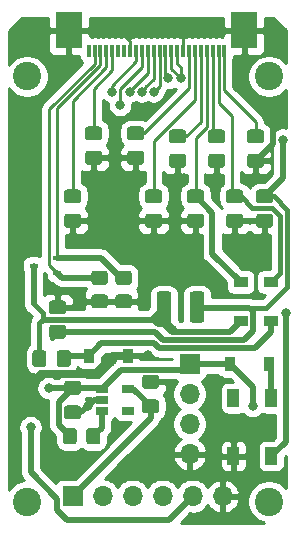
<source format=gbr>
%TF.GenerationSoftware,KiCad,Pcbnew,(5.1.10)-1*%
%TF.CreationDate,2021-11-28T18:03:10+01:00*%
%TF.ProjectId,M5StampC3,4d355374-616d-4704-9333-2e6b69636164,rev?*%
%TF.SameCoordinates,Original*%
%TF.FileFunction,Copper,L1,Top*%
%TF.FilePolarity,Positive*%
%FSLAX46Y46*%
G04 Gerber Fmt 4.6, Leading zero omitted, Abs format (unit mm)*
G04 Created by KiCad (PCBNEW (5.1.10)-1) date 2021-11-28 18:03:10*
%MOMM*%
%LPD*%
G01*
G04 APERTURE LIST*
%TA.AperFunction,SMDPad,CuDef*%
%ADD10R,1.000000X1.500000*%
%TD*%
%TA.AperFunction,SMDPad,CuDef*%
%ADD11R,0.900000X1.200000*%
%TD*%
%TA.AperFunction,ComponentPad*%
%ADD12O,1.700000X1.700000*%
%TD*%
%TA.AperFunction,ComponentPad*%
%ADD13R,1.700000X1.700000*%
%TD*%
%TA.AperFunction,SMDPad,CuDef*%
%ADD14R,1.060000X0.650000*%
%TD*%
%TA.AperFunction,SMDPad,CuDef*%
%ADD15R,2.300000X3.100000*%
%TD*%
%TA.AperFunction,SMDPad,CuDef*%
%ADD16R,0.300000X1.100000*%
%TD*%
%TA.AperFunction,SMDPad,CuDef*%
%ADD17R,0.700000X0.450000*%
%TD*%
%TA.AperFunction,SMDPad,CuDef*%
%ADD18R,1.200000X0.900000*%
%TD*%
%TA.AperFunction,ViaPad*%
%ADD19C,2.400000*%
%TD*%
%TA.AperFunction,ViaPad*%
%ADD20C,0.800000*%
%TD*%
%TA.AperFunction,Conductor*%
%ADD21C,0.500000*%
%TD*%
%TA.AperFunction,Conductor*%
%ADD22C,0.250000*%
%TD*%
%TA.AperFunction,Conductor*%
%ADD23C,0.700000*%
%TD*%
%TA.AperFunction,Conductor*%
%ADD24C,0.400000*%
%TD*%
%TA.AperFunction,Conductor*%
%ADD25C,0.254000*%
%TD*%
%TA.AperFunction,Conductor*%
%ADD26C,0.100000*%
%TD*%
G04 APERTURE END LIST*
D10*
%TO.P,D5,1*%
%TO.N,Net-(D4-Pad1)*%
X136203999Y-74004000D03*
%TO.P,D5,2*%
%TO.N,N/C*%
X133003999Y-74004000D03*
%TO.P,D5,4*%
%TO.N,/G9*%
X136203999Y-78904000D03*
%TO.P,D5,3*%
%TO.N,GND*%
X133003999Y-78904000D03*
%TD*%
D11*
%TO.P,D4,2*%
%TO.N,+5V*%
X132716000Y-71120000D03*
%TO.P,D4,1*%
%TO.N,Net-(D4-Pad1)*%
X136016000Y-71120000D03*
%TD*%
D12*
%TO.P,J4,4*%
%TO.N,GND*%
X129286000Y-78740000D03*
%TO.P,J4,3*%
%TO.N,/D+*%
X129286000Y-76200000D03*
%TO.P,J4,2*%
%TO.N,/D-*%
X129286000Y-73660000D03*
D13*
%TO.P,J4,1*%
%TO.N,+5V*%
X129286000Y-71120000D03*
%TD*%
D14*
%TO.P,U1,5*%
%TO.N,+3.3VA*%
X124056000Y-73198000D03*
%TO.P,U1,4*%
%TO.N,N/C*%
X124056000Y-75098000D03*
%TO.P,U1,3*%
%TO.N,Net-(R3-Pad2)*%
X121856000Y-75098000D03*
%TO.P,U1,2*%
%TO.N,GND*%
X121856000Y-74148000D03*
%TO.P,U1,1*%
%TO.N,+5V*%
X121856000Y-73198000D03*
%TD*%
%TO.P,R3,2*%
%TO.N,Net-(R3-Pad2)*%
%TA.AperFunction,SMDPad,CuDef*%
G36*
G01*
X120542000Y-77666001D02*
X120542000Y-76765999D01*
G75*
G02*
X120791999Y-76516000I249999J0D01*
G01*
X121492001Y-76516000D01*
G75*
G02*
X121742000Y-76765999I0J-249999D01*
G01*
X121742000Y-77666001D01*
G75*
G02*
X121492001Y-77916000I-249999J0D01*
G01*
X120791999Y-77916000D01*
G75*
G02*
X120542000Y-77666001I0J249999D01*
G01*
G37*
%TD.AperFunction*%
%TO.P,R3,1*%
%TO.N,+5V*%
%TA.AperFunction,SMDPad,CuDef*%
G36*
G01*
X118542000Y-77666001D02*
X118542000Y-76765999D01*
G75*
G02*
X118791999Y-76516000I249999J0D01*
G01*
X119492001Y-76516000D01*
G75*
G02*
X119742000Y-76765999I0J-249999D01*
G01*
X119742000Y-77666001D01*
G75*
G02*
X119492001Y-77916000I-249999J0D01*
G01*
X118791999Y-77916000D01*
G75*
G02*
X118542000Y-77666001I0J249999D01*
G01*
G37*
%TD.AperFunction*%
%TD*%
%TO.P,C14,2*%
%TO.N,GND*%
%TA.AperFunction,SMDPad,CuDef*%
G36*
G01*
X126459000Y-73210000D02*
X125509000Y-73210000D01*
G75*
G02*
X125259000Y-72960000I0J250000D01*
G01*
X125259000Y-72285000D01*
G75*
G02*
X125509000Y-72035000I250000J0D01*
G01*
X126459000Y-72035000D01*
G75*
G02*
X126709000Y-72285000I0J-250000D01*
G01*
X126709000Y-72960000D01*
G75*
G02*
X126459000Y-73210000I-250000J0D01*
G01*
G37*
%TD.AperFunction*%
%TO.P,C14,1*%
%TO.N,+3.3VA*%
%TA.AperFunction,SMDPad,CuDef*%
G36*
G01*
X126459000Y-75285000D02*
X125509000Y-75285000D01*
G75*
G02*
X125259000Y-75035000I0J250000D01*
G01*
X125259000Y-74360000D01*
G75*
G02*
X125509000Y-74110000I250000J0D01*
G01*
X126459000Y-74110000D01*
G75*
G02*
X126709000Y-74360000I0J-250000D01*
G01*
X126709000Y-75035000D01*
G75*
G02*
X126459000Y-75285000I-250000J0D01*
G01*
G37*
%TD.AperFunction*%
%TD*%
%TO.P,C13,2*%
%TO.N,GND*%
%TA.AperFunction,SMDPad,CuDef*%
G36*
G01*
X118905000Y-74618000D02*
X119855000Y-74618000D01*
G75*
G02*
X120105000Y-74868000I0J-250000D01*
G01*
X120105000Y-75543000D01*
G75*
G02*
X119855000Y-75793000I-250000J0D01*
G01*
X118905000Y-75793000D01*
G75*
G02*
X118655000Y-75543000I0J250000D01*
G01*
X118655000Y-74868000D01*
G75*
G02*
X118905000Y-74618000I250000J0D01*
G01*
G37*
%TD.AperFunction*%
%TO.P,C13,1*%
%TO.N,+5V*%
%TA.AperFunction,SMDPad,CuDef*%
G36*
G01*
X118905000Y-72543000D02*
X119855000Y-72543000D01*
G75*
G02*
X120105000Y-72793000I0J-250000D01*
G01*
X120105000Y-73468000D01*
G75*
G02*
X119855000Y-73718000I-250000J0D01*
G01*
X118905000Y-73718000D01*
G75*
G02*
X118655000Y-73468000I0J250000D01*
G01*
X118655000Y-72793000D01*
G75*
G02*
X118905000Y-72543000I250000J0D01*
G01*
G37*
%TD.AperFunction*%
%TD*%
D12*
%TO.P,J3,6*%
%TO.N,GND*%
X132080000Y-82296000D03*
%TO.P,J3,5*%
%TO.N,/G1*%
X129540000Y-82296000D03*
%TO.P,J3,4*%
%TO.N,/EPD_CLK*%
X127000000Y-82296000D03*
%TO.P,J3,3*%
%TO.N,/EPD_MOSI*%
X124460000Y-82296000D03*
%TO.P,J3,2*%
%TO.N,/G0*%
X121920000Y-82296000D03*
D13*
%TO.P,J3,1*%
%TO.N,+3.3VA*%
X119380000Y-82296000D03*
%TD*%
D15*
%TO.P,U2,MP*%
%TO.N,GND*%
X119072000Y-42870000D03*
X133912000Y-42870000D03*
D16*
%TO.P,U2,24*%
%TO.N,N/C*%
X120742000Y-44570000D03*
%TO.P,U2,23*%
%TO.N,Net-(Q1-Pad1)*%
X121242000Y-44570000D03*
%TO.P,U2,22*%
%TO.N,Net-(Q1-Pad2)*%
X121742000Y-44570000D03*
%TO.P,U2,21*%
%TO.N,Net-(C7-Pad2)*%
X122242000Y-44570000D03*
%TO.P,U2,20*%
%TO.N,Net-(C9-Pad2)*%
X122742000Y-44570000D03*
%TO.P,U2,19*%
%TO.N,N/C*%
X123242000Y-44570000D03*
%TO.P,U2,18*%
X123742000Y-44570000D03*
%TO.P,U2,17*%
%TO.N,GND*%
X124242000Y-44570000D03*
%TO.P,U2,16*%
%TO.N,/EPD_BUSY*%
X124742000Y-44570000D03*
%TO.P,U2,15*%
%TO.N,/EPD_RST*%
X125242000Y-44570000D03*
%TO.P,U2,14*%
%TO.N,/EPD_DC*%
X125742000Y-44570000D03*
%TO.P,U2,13*%
%TO.N,/EPD_CS*%
X126242000Y-44570000D03*
%TO.P,U2,12*%
%TO.N,/EPD_CLK*%
X126742000Y-44570000D03*
%TO.P,U2,11*%
%TO.N,/EPD_MOSI*%
X127242000Y-44570000D03*
%TO.P,U2,10*%
%TO.N,+3.3VP*%
X127742000Y-44570000D03*
%TO.P,U2,9*%
X128242000Y-44570000D03*
%TO.P,U2,8*%
%TO.N,GND*%
X128742000Y-44570000D03*
%TO.P,U2,7*%
%TO.N,Net-(C11-Pad2)*%
X129242000Y-44570000D03*
%TO.P,U2,6*%
%TO.N,Net-(C6-Pad2)*%
X129742000Y-44570000D03*
%TO.P,U2,5*%
%TO.N,Net-(C5-Pad2)*%
X130242000Y-44570000D03*
%TO.P,U2,4*%
%TO.N,Net-(C4-Pad2)*%
X130742000Y-44570000D03*
%TO.P,U2,3*%
%TO.N,Net-(C3-Pad2)*%
X131242000Y-44570000D03*
%TO.P,U2,2*%
%TO.N,Net-(C2-Pad2)*%
X131742000Y-44570000D03*
%TO.P,U2,1*%
%TO.N,Net-(C1-Pad2)*%
X132242000Y-44570000D03*
%TD*%
%TO.P,L1,2*%
%TO.N,+3.3VP*%
%TA.AperFunction,SMDPad,CuDef*%
G36*
G01*
X129299000Y-67369000D02*
X129299000Y-65219000D01*
G75*
G02*
X129549000Y-64969000I250000J0D01*
G01*
X130299000Y-64969000D01*
G75*
G02*
X130549000Y-65219000I0J-250000D01*
G01*
X130549000Y-67369000D01*
G75*
G02*
X130299000Y-67619000I-250000J0D01*
G01*
X129549000Y-67619000D01*
G75*
G02*
X129299000Y-67369000I0J250000D01*
G01*
G37*
%TD.AperFunction*%
%TO.P,L1,1*%
%TO.N,Net-(C10-Pad1)*%
%TA.AperFunction,SMDPad,CuDef*%
G36*
G01*
X126499000Y-67369000D02*
X126499000Y-65219000D01*
G75*
G02*
X126749000Y-64969000I250000J0D01*
G01*
X127499000Y-64969000D01*
G75*
G02*
X127749000Y-65219000I0J-250000D01*
G01*
X127749000Y-67369000D01*
G75*
G02*
X127499000Y-67619000I-250000J0D01*
G01*
X126749000Y-67619000D01*
G75*
G02*
X126499000Y-67369000I0J250000D01*
G01*
G37*
%TD.AperFunction*%
%TD*%
D17*
%TO.P,Q1,3*%
%TO.N,Net-(C10-Pad1)*%
X116094000Y-62778000D03*
%TO.P,Q1,2*%
%TO.N,Net-(Q1-Pad2)*%
X118094000Y-62128000D03*
%TO.P,Q1,1*%
%TO.N,Net-(Q1-Pad1)*%
X118094000Y-63428000D03*
%TD*%
%TO.P,R2,2*%
%TO.N,GND*%
%TA.AperFunction,SMDPad,CuDef*%
G36*
G01*
X123247999Y-65210000D02*
X124148001Y-65210000D01*
G75*
G02*
X124398000Y-65459999I0J-249999D01*
G01*
X124398000Y-66160001D01*
G75*
G02*
X124148001Y-66410000I-249999J0D01*
G01*
X123247999Y-66410000D01*
G75*
G02*
X122998000Y-66160001I0J249999D01*
G01*
X122998000Y-65459999D01*
G75*
G02*
X123247999Y-65210000I249999J0D01*
G01*
G37*
%TD.AperFunction*%
%TO.P,R2,1*%
%TO.N,Net-(Q1-Pad2)*%
%TA.AperFunction,SMDPad,CuDef*%
G36*
G01*
X123247999Y-63210000D02*
X124148001Y-63210000D01*
G75*
G02*
X124398000Y-63459999I0J-249999D01*
G01*
X124398000Y-64160001D01*
G75*
G02*
X124148001Y-64410000I-249999J0D01*
G01*
X123247999Y-64410000D01*
G75*
G02*
X122998000Y-64160001I0J249999D01*
G01*
X122998000Y-63459999D01*
G75*
G02*
X123247999Y-63210000I249999J0D01*
G01*
G37*
%TD.AperFunction*%
%TD*%
%TO.P,R1,2*%
%TO.N,GND*%
%TA.AperFunction,SMDPad,CuDef*%
G36*
G01*
X121215999Y-65210000D02*
X122116001Y-65210000D01*
G75*
G02*
X122366000Y-65459999I0J-249999D01*
G01*
X122366000Y-66160001D01*
G75*
G02*
X122116001Y-66410000I-249999J0D01*
G01*
X121215999Y-66410000D01*
G75*
G02*
X120966000Y-66160001I0J249999D01*
G01*
X120966000Y-65459999D01*
G75*
G02*
X121215999Y-65210000I249999J0D01*
G01*
G37*
%TD.AperFunction*%
%TO.P,R1,1*%
%TO.N,Net-(Q1-Pad1)*%
%TA.AperFunction,SMDPad,CuDef*%
G36*
G01*
X121215999Y-63210000D02*
X122116001Y-63210000D01*
G75*
G02*
X122366000Y-63459999I0J-249999D01*
G01*
X122366000Y-64160001D01*
G75*
G02*
X122116001Y-64410000I-249999J0D01*
G01*
X121215999Y-64410000D01*
G75*
G02*
X120966000Y-64160001I0J249999D01*
G01*
X120966000Y-63459999D01*
G75*
G02*
X121215999Y-63210000I249999J0D01*
G01*
G37*
%TD.AperFunction*%
%TD*%
D18*
%TO.P,D1,2*%
%TO.N,Net-(C10-Pad1)*%
X133604000Y-67476000D03*
%TO.P,D1,1*%
%TO.N,Net-(C4-Pad2)*%
X133604000Y-64176000D03*
%TD*%
%TO.P,D2,2*%
%TO.N,Net-(C2-Pad2)*%
X136144000Y-64176000D03*
%TO.P,D2,1*%
%TO.N,Net-(C10-Pad2)*%
X136144000Y-67476000D03*
%TD*%
D11*
%TO.P,D3,2*%
%TO.N,Net-(C10-Pad2)*%
X120778000Y-70398000D03*
%TO.P,D3,1*%
%TO.N,GND*%
X124078000Y-70398000D03*
%TD*%
%TO.P,C12,2*%
%TO.N,+3.3VP*%
%TA.AperFunction,SMDPad,CuDef*%
G36*
G01*
X117635000Y-67800000D02*
X118585000Y-67800000D01*
G75*
G02*
X118835000Y-68050000I0J-250000D01*
G01*
X118835000Y-68725000D01*
G75*
G02*
X118585000Y-68975000I-250000J0D01*
G01*
X117635000Y-68975000D01*
G75*
G02*
X117385000Y-68725000I0J250000D01*
G01*
X117385000Y-68050000D01*
G75*
G02*
X117635000Y-67800000I250000J0D01*
G01*
G37*
%TD.AperFunction*%
%TO.P,C12,1*%
%TO.N,GND*%
%TA.AperFunction,SMDPad,CuDef*%
G36*
G01*
X117635000Y-65725000D02*
X118585000Y-65725000D01*
G75*
G02*
X118835000Y-65975000I0J-250000D01*
G01*
X118835000Y-66650000D01*
G75*
G02*
X118585000Y-66900000I-250000J0D01*
G01*
X117635000Y-66900000D01*
G75*
G02*
X117385000Y-66650000I0J250000D01*
G01*
X117385000Y-65975000D01*
G75*
G02*
X117635000Y-65725000I250000J0D01*
G01*
G37*
%TD.AperFunction*%
%TD*%
%TO.P,C9,2*%
%TO.N,Net-(C9-Pad2)*%
%TA.AperFunction,SMDPad,CuDef*%
G36*
G01*
X121633000Y-52168000D02*
X120683000Y-52168000D01*
G75*
G02*
X120433000Y-51918000I0J250000D01*
G01*
X120433000Y-51243000D01*
G75*
G02*
X120683000Y-50993000I250000J0D01*
G01*
X121633000Y-50993000D01*
G75*
G02*
X121883000Y-51243000I0J-250000D01*
G01*
X121883000Y-51918000D01*
G75*
G02*
X121633000Y-52168000I-250000J0D01*
G01*
G37*
%TD.AperFunction*%
%TO.P,C9,1*%
%TO.N,GND*%
%TA.AperFunction,SMDPad,CuDef*%
G36*
G01*
X121633000Y-54243000D02*
X120683000Y-54243000D01*
G75*
G02*
X120433000Y-53993000I0J250000D01*
G01*
X120433000Y-53318000D01*
G75*
G02*
X120683000Y-53068000I250000J0D01*
G01*
X121633000Y-53068000D01*
G75*
G02*
X121883000Y-53318000I0J-250000D01*
G01*
X121883000Y-53993000D01*
G75*
G02*
X121633000Y-54243000I-250000J0D01*
G01*
G37*
%TD.AperFunction*%
%TD*%
%TO.P,C6,2*%
%TO.N,Net-(C6-Pad2)*%
%TA.AperFunction,SMDPad,CuDef*%
G36*
G01*
X126713000Y-57502000D02*
X125763000Y-57502000D01*
G75*
G02*
X125513000Y-57252000I0J250000D01*
G01*
X125513000Y-56577000D01*
G75*
G02*
X125763000Y-56327000I250000J0D01*
G01*
X126713000Y-56327000D01*
G75*
G02*
X126963000Y-56577000I0J-250000D01*
G01*
X126963000Y-57252000D01*
G75*
G02*
X126713000Y-57502000I-250000J0D01*
G01*
G37*
%TD.AperFunction*%
%TO.P,C6,1*%
%TO.N,GND*%
%TA.AperFunction,SMDPad,CuDef*%
G36*
G01*
X126713000Y-59577000D02*
X125763000Y-59577000D01*
G75*
G02*
X125513000Y-59327000I0J250000D01*
G01*
X125513000Y-58652000D01*
G75*
G02*
X125763000Y-58402000I250000J0D01*
G01*
X126713000Y-58402000D01*
G75*
G02*
X126963000Y-58652000I0J-250000D01*
G01*
X126963000Y-59327000D01*
G75*
G02*
X126713000Y-59577000I-250000J0D01*
G01*
G37*
%TD.AperFunction*%
%TD*%
%TO.P,C4,2*%
%TO.N,Net-(C4-Pad2)*%
%TA.AperFunction,SMDPad,CuDef*%
G36*
G01*
X130269000Y-57502000D02*
X129319000Y-57502000D01*
G75*
G02*
X129069000Y-57252000I0J250000D01*
G01*
X129069000Y-56577000D01*
G75*
G02*
X129319000Y-56327000I250000J0D01*
G01*
X130269000Y-56327000D01*
G75*
G02*
X130519000Y-56577000I0J-250000D01*
G01*
X130519000Y-57252000D01*
G75*
G02*
X130269000Y-57502000I-250000J0D01*
G01*
G37*
%TD.AperFunction*%
%TO.P,C4,1*%
%TO.N,GND*%
%TA.AperFunction,SMDPad,CuDef*%
G36*
G01*
X130269000Y-59577000D02*
X129319000Y-59577000D01*
G75*
G02*
X129069000Y-59327000I0J250000D01*
G01*
X129069000Y-58652000D01*
G75*
G02*
X129319000Y-58402000I250000J0D01*
G01*
X130269000Y-58402000D01*
G75*
G02*
X130519000Y-58652000I0J-250000D01*
G01*
X130519000Y-59327000D01*
G75*
G02*
X130269000Y-59577000I-250000J0D01*
G01*
G37*
%TD.AperFunction*%
%TD*%
%TO.P,C2,2*%
%TO.N,Net-(C2-Pad2)*%
%TA.AperFunction,SMDPad,CuDef*%
G36*
G01*
X133571000Y-57502000D02*
X132621000Y-57502000D01*
G75*
G02*
X132371000Y-57252000I0J250000D01*
G01*
X132371000Y-56577000D01*
G75*
G02*
X132621000Y-56327000I250000J0D01*
G01*
X133571000Y-56327000D01*
G75*
G02*
X133821000Y-56577000I0J-250000D01*
G01*
X133821000Y-57252000D01*
G75*
G02*
X133571000Y-57502000I-250000J0D01*
G01*
G37*
%TD.AperFunction*%
%TO.P,C2,1*%
%TO.N,GND*%
%TA.AperFunction,SMDPad,CuDef*%
G36*
G01*
X133571000Y-59577000D02*
X132621000Y-59577000D01*
G75*
G02*
X132371000Y-59327000I0J250000D01*
G01*
X132371000Y-58652000D01*
G75*
G02*
X132621000Y-58402000I250000J0D01*
G01*
X133571000Y-58402000D01*
G75*
G02*
X133821000Y-58652000I0J-250000D01*
G01*
X133821000Y-59327000D01*
G75*
G02*
X133571000Y-59577000I-250000J0D01*
G01*
G37*
%TD.AperFunction*%
%TD*%
%TO.P,C10,2*%
%TO.N,Net-(C10-Pad2)*%
%TA.AperFunction,SMDPad,CuDef*%
G36*
G01*
X118052000Y-71127000D02*
X118052000Y-70177000D01*
G75*
G02*
X118302000Y-69927000I250000J0D01*
G01*
X118977000Y-69927000D01*
G75*
G02*
X119227000Y-70177000I0J-250000D01*
G01*
X119227000Y-71127000D01*
G75*
G02*
X118977000Y-71377000I-250000J0D01*
G01*
X118302000Y-71377000D01*
G75*
G02*
X118052000Y-71127000I0J250000D01*
G01*
G37*
%TD.AperFunction*%
%TO.P,C10,1*%
%TO.N,Net-(C10-Pad1)*%
%TA.AperFunction,SMDPad,CuDef*%
G36*
G01*
X115977000Y-71127000D02*
X115977000Y-70177000D01*
G75*
G02*
X116227000Y-69927000I250000J0D01*
G01*
X116902000Y-69927000D01*
G75*
G02*
X117152000Y-70177000I0J-250000D01*
G01*
X117152000Y-71127000D01*
G75*
G02*
X116902000Y-71377000I-250000J0D01*
G01*
X116227000Y-71377000D01*
G75*
G02*
X115977000Y-71127000I0J250000D01*
G01*
G37*
%TD.AperFunction*%
%TD*%
%TO.P,C7,2*%
%TO.N,Net-(C7-Pad2)*%
%TA.AperFunction,SMDPad,CuDef*%
G36*
G01*
X119855000Y-57502000D02*
X118905000Y-57502000D01*
G75*
G02*
X118655000Y-57252000I0J250000D01*
G01*
X118655000Y-56577000D01*
G75*
G02*
X118905000Y-56327000I250000J0D01*
G01*
X119855000Y-56327000D01*
G75*
G02*
X120105000Y-56577000I0J-250000D01*
G01*
X120105000Y-57252000D01*
G75*
G02*
X119855000Y-57502000I-250000J0D01*
G01*
G37*
%TD.AperFunction*%
%TO.P,C7,1*%
%TO.N,GND*%
%TA.AperFunction,SMDPad,CuDef*%
G36*
G01*
X119855000Y-59577000D02*
X118905000Y-59577000D01*
G75*
G02*
X118655000Y-59327000I0J250000D01*
G01*
X118655000Y-58652000D01*
G75*
G02*
X118905000Y-58402000I250000J0D01*
G01*
X119855000Y-58402000D01*
G75*
G02*
X120105000Y-58652000I0J-250000D01*
G01*
X120105000Y-59327000D01*
G75*
G02*
X119855000Y-59577000I-250000J0D01*
G01*
G37*
%TD.AperFunction*%
%TD*%
%TO.P,C8,2*%
%TO.N,+3.3VP*%
%TA.AperFunction,SMDPad,CuDef*%
G36*
G01*
X136111000Y-57502000D02*
X135161000Y-57502000D01*
G75*
G02*
X134911000Y-57252000I0J250000D01*
G01*
X134911000Y-56577000D01*
G75*
G02*
X135161000Y-56327000I250000J0D01*
G01*
X136111000Y-56327000D01*
G75*
G02*
X136361000Y-56577000I0J-250000D01*
G01*
X136361000Y-57252000D01*
G75*
G02*
X136111000Y-57502000I-250000J0D01*
G01*
G37*
%TD.AperFunction*%
%TO.P,C8,1*%
%TO.N,GND*%
%TA.AperFunction,SMDPad,CuDef*%
G36*
G01*
X136111000Y-59577000D02*
X135161000Y-59577000D01*
G75*
G02*
X134911000Y-59327000I0J250000D01*
G01*
X134911000Y-58652000D01*
G75*
G02*
X135161000Y-58402000I250000J0D01*
G01*
X136111000Y-58402000D01*
G75*
G02*
X136361000Y-58652000I0J-250000D01*
G01*
X136361000Y-59327000D01*
G75*
G02*
X136111000Y-59577000I-250000J0D01*
G01*
G37*
%TD.AperFunction*%
%TD*%
%TO.P,C11,2*%
%TO.N,Net-(C11-Pad2)*%
%TA.AperFunction,SMDPad,CuDef*%
G36*
G01*
X125189000Y-52168000D02*
X124239000Y-52168000D01*
G75*
G02*
X123989000Y-51918000I0J250000D01*
G01*
X123989000Y-51243000D01*
G75*
G02*
X124239000Y-50993000I250000J0D01*
G01*
X125189000Y-50993000D01*
G75*
G02*
X125439000Y-51243000I0J-250000D01*
G01*
X125439000Y-51918000D01*
G75*
G02*
X125189000Y-52168000I-250000J0D01*
G01*
G37*
%TD.AperFunction*%
%TO.P,C11,1*%
%TO.N,GND*%
%TA.AperFunction,SMDPad,CuDef*%
G36*
G01*
X125189000Y-54243000D02*
X124239000Y-54243000D01*
G75*
G02*
X123989000Y-53993000I0J250000D01*
G01*
X123989000Y-53318000D01*
G75*
G02*
X124239000Y-53068000I250000J0D01*
G01*
X125189000Y-53068000D01*
G75*
G02*
X125439000Y-53318000I0J-250000D01*
G01*
X125439000Y-53993000D01*
G75*
G02*
X125189000Y-54243000I-250000J0D01*
G01*
G37*
%TD.AperFunction*%
%TD*%
%TO.P,C5,2*%
%TO.N,Net-(C5-Pad2)*%
%TA.AperFunction,SMDPad,CuDef*%
G36*
G01*
X128745000Y-52422000D02*
X127795000Y-52422000D01*
G75*
G02*
X127545000Y-52172000I0J250000D01*
G01*
X127545000Y-51497000D01*
G75*
G02*
X127795000Y-51247000I250000J0D01*
G01*
X128745000Y-51247000D01*
G75*
G02*
X128995000Y-51497000I0J-250000D01*
G01*
X128995000Y-52172000D01*
G75*
G02*
X128745000Y-52422000I-250000J0D01*
G01*
G37*
%TD.AperFunction*%
%TO.P,C5,1*%
%TO.N,GND*%
%TA.AperFunction,SMDPad,CuDef*%
G36*
G01*
X128745000Y-54497000D02*
X127795000Y-54497000D01*
G75*
G02*
X127545000Y-54247000I0J250000D01*
G01*
X127545000Y-53572000D01*
G75*
G02*
X127795000Y-53322000I250000J0D01*
G01*
X128745000Y-53322000D01*
G75*
G02*
X128995000Y-53572000I0J-250000D01*
G01*
X128995000Y-54247000D01*
G75*
G02*
X128745000Y-54497000I-250000J0D01*
G01*
G37*
%TD.AperFunction*%
%TD*%
%TO.P,C3,2*%
%TO.N,Net-(C3-Pad2)*%
%TA.AperFunction,SMDPad,CuDef*%
G36*
G01*
X132047000Y-52422000D02*
X131097000Y-52422000D01*
G75*
G02*
X130847000Y-52172000I0J250000D01*
G01*
X130847000Y-51497000D01*
G75*
G02*
X131097000Y-51247000I250000J0D01*
G01*
X132047000Y-51247000D01*
G75*
G02*
X132297000Y-51497000I0J-250000D01*
G01*
X132297000Y-52172000D01*
G75*
G02*
X132047000Y-52422000I-250000J0D01*
G01*
G37*
%TD.AperFunction*%
%TO.P,C3,1*%
%TO.N,GND*%
%TA.AperFunction,SMDPad,CuDef*%
G36*
G01*
X132047000Y-54497000D02*
X131097000Y-54497000D01*
G75*
G02*
X130847000Y-54247000I0J250000D01*
G01*
X130847000Y-53572000D01*
G75*
G02*
X131097000Y-53322000I250000J0D01*
G01*
X132047000Y-53322000D01*
G75*
G02*
X132297000Y-53572000I0J-250000D01*
G01*
X132297000Y-54247000D01*
G75*
G02*
X132047000Y-54497000I-250000J0D01*
G01*
G37*
%TD.AperFunction*%
%TD*%
%TO.P,C1,2*%
%TO.N,Net-(C1-Pad2)*%
%TA.AperFunction,SMDPad,CuDef*%
G36*
G01*
X135349000Y-52422000D02*
X134399000Y-52422000D01*
G75*
G02*
X134149000Y-52172000I0J250000D01*
G01*
X134149000Y-51497000D01*
G75*
G02*
X134399000Y-51247000I250000J0D01*
G01*
X135349000Y-51247000D01*
G75*
G02*
X135599000Y-51497000I0J-250000D01*
G01*
X135599000Y-52172000D01*
G75*
G02*
X135349000Y-52422000I-250000J0D01*
G01*
G37*
%TD.AperFunction*%
%TO.P,C1,1*%
%TO.N,GND*%
%TA.AperFunction,SMDPad,CuDef*%
G36*
G01*
X135349000Y-54497000D02*
X134399000Y-54497000D01*
G75*
G02*
X134149000Y-54247000I0J250000D01*
G01*
X134149000Y-53572000D01*
G75*
G02*
X134399000Y-53322000I250000J0D01*
G01*
X135349000Y-53322000D01*
G75*
G02*
X135599000Y-53572000I0J-250000D01*
G01*
X135599000Y-54247000D01*
G75*
G02*
X135349000Y-54497000I-250000J0D01*
G01*
G37*
%TD.AperFunction*%
%TD*%
D19*
%TO.N,*%
X136010000Y-82758000D03*
X115510000Y-82758000D03*
X115510000Y-46758000D03*
X136010000Y-46758000D03*
D20*
%TO.N,+5V*%
X117348000Y-73152000D03*
X134620000Y-74676000D03*
%TO.N,GND*%
X120650000Y-74676000D03*
X125730000Y-70358000D03*
X129016000Y-42870000D03*
X122230000Y-42870000D03*
X128778000Y-55372000D03*
X131826000Y-55372000D03*
X125222000Y-65024000D03*
X114554000Y-74676000D03*
X137160000Y-49022000D03*
%TO.N,+3.3VP*%
X128524000Y-46897080D03*
X137160000Y-52110000D03*
%TO.N,/EPD_MOSI*%
X127469610Y-46897080D03*
%TO.N,/EPD_RST*%
X123407000Y-49163791D03*
%TO.N,/EPD_DC*%
X124237994Y-48046000D03*
%TO.N,/EPD_CS*%
X125237997Y-48046000D03*
%TO.N,/EPD_CLK*%
X126238000Y-48046000D03*
%TO.N,/EPD_BUSY*%
X122682000Y-48046000D03*
%TO.N,/G1*%
X115824000Y-76454000D03*
%TO.N,/G9*%
X137414000Y-66802000D03*
%TD*%
D21*
%TO.N,+5V*%
X119358500Y-73152000D02*
X119380000Y-73130500D01*
X117348000Y-73152000D02*
X119358500Y-73152000D01*
X121788500Y-73130500D02*
X121856000Y-73198000D01*
X119380000Y-73130500D02*
X121788500Y-73130500D01*
X118204990Y-76278990D02*
X119142000Y-77216000D01*
X118204990Y-74305510D02*
X118204990Y-76278990D01*
X119380000Y-73130500D02*
X118204990Y-74305510D01*
X128821010Y-71584990D02*
X129286000Y-71120000D01*
X123469010Y-71584990D02*
X128821010Y-71584990D01*
X121856000Y-73198000D02*
X123469010Y-71584990D01*
X132716000Y-71120000D02*
X129286000Y-71120000D01*
X134620000Y-73024000D02*
X134620000Y-74676000D01*
X132716000Y-71120000D02*
X134620000Y-73024000D01*
D22*
%TO.N,GND*%
X124242000Y-43784998D02*
X124242000Y-44570000D01*
X123327002Y-42870000D02*
X124242000Y-43784998D01*
X119072000Y-42870000D02*
X122230000Y-42870000D01*
X128742000Y-44570000D02*
X128742000Y-43144000D01*
X129016000Y-42870000D02*
X129016000Y-42870000D01*
X128742000Y-43144000D02*
X129016000Y-42870000D01*
D21*
X121178000Y-74148000D02*
X120650000Y-74676000D01*
X121856000Y-74148000D02*
X121178000Y-74148000D01*
X120120500Y-75205500D02*
X120650000Y-74676000D01*
X119380000Y-75205500D02*
X120120500Y-75205500D01*
D22*
X129016000Y-42870000D02*
X133912000Y-42870000D01*
X122230000Y-42870000D02*
X123327002Y-42870000D01*
D23*
X114554000Y-74110315D02*
X114554000Y-74676000D01*
X116737305Y-71927010D02*
X114554000Y-74110315D01*
X121288992Y-71927010D02*
X116737305Y-71927010D01*
X122818002Y-70398000D02*
X121288992Y-71927010D01*
X124078000Y-70398000D02*
X122818002Y-70398000D01*
D21*
X136309999Y-49872001D02*
X137160000Y-49022000D01*
X136309999Y-52473501D02*
X136309999Y-49872001D01*
X134874000Y-53909500D02*
X136309999Y-52473501D01*
D22*
%TO.N,Net-(C7-Pad2)*%
X122192010Y-45404992D02*
X122192009Y-45998811D01*
X122242000Y-45355002D02*
X122192010Y-45404992D01*
X122242000Y-44570000D02*
X122242000Y-45355002D01*
X122192009Y-45998811D02*
X119380000Y-48810820D01*
X119380000Y-56914500D02*
X119380000Y-48810820D01*
D24*
%TO.N,+3.3VP*%
X118110000Y-68387500D02*
X117602000Y-68895500D01*
X137523010Y-58039510D02*
X136398000Y-56914500D01*
X137523010Y-64566992D02*
X137523010Y-58039510D01*
X135756002Y-66334000D02*
X137523010Y-64566992D01*
X134322002Y-66334000D02*
X135756002Y-66334000D01*
X135636000Y-56914500D02*
X136398000Y-56914500D01*
D22*
X127742000Y-46115080D02*
X128524000Y-46897080D01*
X127742000Y-44570000D02*
X127742000Y-46115080D01*
D21*
X137160000Y-55390500D02*
X137160000Y-52110000D01*
X135636000Y-56914500D02*
X137160000Y-55390500D01*
X129964000Y-66334000D02*
X129924000Y-66294000D01*
X131278000Y-66334000D02*
X129964000Y-66334000D01*
X130686000Y-66334000D02*
X131278000Y-66334000D01*
X131278000Y-66334000D02*
X134322002Y-66334000D01*
X134654001Y-66665999D02*
X134322002Y-66334000D01*
X133873992Y-69066010D02*
X134654001Y-68286001D01*
X134654001Y-68286001D02*
X134654001Y-66665999D01*
X127004047Y-69066010D02*
X133873992Y-69066010D01*
X126325537Y-68387500D02*
X127004047Y-69066010D01*
X118110000Y-68387500D02*
X126325537Y-68387500D01*
D22*
X128242000Y-44570000D02*
X128242000Y-45692000D01*
X128524000Y-45974000D02*
X128524000Y-46897080D01*
X128242000Y-45692000D02*
X128524000Y-45974000D01*
%TO.N,Net-(C1-Pad2)*%
X132242000Y-44570000D02*
X132242000Y-47954000D01*
X134874000Y-50586000D02*
X134874000Y-51834500D01*
X132242000Y-47954000D02*
X134874000Y-50586000D01*
%TO.N,Net-(C2-Pad2)*%
X131742000Y-44570000D02*
X131742000Y-48978000D01*
D24*
X136923000Y-63397000D02*
X136144000Y-64176000D01*
X136280266Y-57902010D02*
X136923000Y-58544744D01*
X134591510Y-57902010D02*
X136280266Y-57902010D01*
X136923000Y-58544744D02*
X136923000Y-63397000D01*
X133604000Y-56914500D02*
X134591510Y-57902010D01*
D22*
X132842000Y-56660500D02*
X133096000Y-56914500D01*
X132842000Y-50078000D02*
X132842000Y-56660500D01*
X131742000Y-48978000D02*
X132842000Y-50078000D01*
%TO.N,Net-(C3-Pad2)*%
X131572000Y-51834500D02*
X131217001Y-51479501D01*
X131242000Y-51504500D02*
X131572000Y-51834500D01*
X131242000Y-44570000D02*
X131242000Y-51504500D01*
%TO.N,Net-(C4-Pad2)*%
X129794000Y-51986810D02*
X129794000Y-56914500D01*
X130742000Y-51038810D02*
X129794000Y-51986810D01*
X130742000Y-44570000D02*
X130742000Y-51038810D01*
D21*
X133604000Y-64176000D02*
X131201750Y-61773750D01*
X131201750Y-58322250D02*
X131201750Y-61773750D01*
X131201750Y-58322250D02*
X129794000Y-56914500D01*
D22*
%TO.N,Net-(C6-Pad2)*%
X126238000Y-52240810D02*
X126238000Y-56914500D01*
X129742000Y-48736810D02*
X126238000Y-52240810D01*
X129742000Y-44570000D02*
X129742000Y-48736810D01*
%TO.N,Net-(C9-Pad2)*%
X122742000Y-44570000D02*
X122742000Y-46208000D01*
X121158000Y-47792000D02*
X122742000Y-46208000D01*
X121158000Y-51580500D02*
X121158000Y-47792000D01*
D21*
%TO.N,Net-(C10-Pad2)*%
X118893500Y-70398000D02*
X118639500Y-70652000D01*
X120778000Y-70398000D02*
X118893500Y-70398000D01*
X136144000Y-68426000D02*
X136144000Y-67476000D01*
X134803980Y-69766020D02*
X136144000Y-68426000D01*
X126714095Y-69766020D02*
X134803980Y-69766020D01*
X126296074Y-69347999D02*
X126714095Y-69766020D01*
X121828001Y-69347999D02*
X126296074Y-69347999D01*
X120778000Y-70398000D02*
X121828001Y-69347999D01*
D22*
%TO.N,Net-(C11-Pad2)*%
X125439000Y-51580500D02*
X124714000Y-51580500D01*
X129249001Y-46427999D02*
X129249001Y-47770499D01*
X129242000Y-46420998D02*
X129249001Y-46427999D01*
X129249001Y-47770499D02*
X125439000Y-51580500D01*
X129242000Y-44570000D02*
X129242000Y-46420998D01*
D21*
%TO.N,Net-(Q1-Pad2)*%
X123455966Y-63810000D02*
X123698000Y-63810000D01*
X121773966Y-62128000D02*
X123455966Y-63810000D01*
X118094000Y-62128000D02*
X121773966Y-62128000D01*
D22*
X121742000Y-45812410D02*
X121742000Y-44570000D01*
X118094000Y-49460410D02*
X121742000Y-45812410D01*
X118094000Y-62128000D02*
X118094000Y-49460410D01*
D21*
%TO.N,Net-(Q1-Pad1)*%
X118476000Y-63810000D02*
X118094000Y-63428000D01*
X121666000Y-63810000D02*
X118476000Y-63810000D01*
D22*
X121242000Y-45676000D02*
X121242000Y-44570000D01*
X117418999Y-62752999D02*
X117418999Y-49499001D01*
X117418999Y-49499001D02*
X121242000Y-45676000D01*
X118094000Y-63428000D02*
X117418999Y-62752999D01*
%TO.N,Net-(C5-Pad2)*%
X130242000Y-50587500D02*
X130242000Y-44570000D01*
X128995000Y-51834500D02*
X130242000Y-50587500D01*
X128270000Y-51834500D02*
X128995000Y-51834500D01*
D21*
%TO.N,Net-(C10-Pad1)*%
X116094000Y-62778000D02*
X116094000Y-66042500D01*
D24*
X116564500Y-67647000D02*
X116861500Y-67350000D01*
X116564500Y-70652000D02*
X116564500Y-67647000D01*
X116861500Y-66810000D02*
X116094000Y-66042500D01*
X116861500Y-67350000D02*
X116861500Y-66810000D01*
D21*
X132714000Y-68366000D02*
X133604000Y-67476000D01*
X127124000Y-67688000D02*
X127802000Y-68366000D01*
X127124000Y-67688000D02*
X127124000Y-66294000D01*
X126068000Y-67350000D02*
X127124000Y-66294000D01*
X125516000Y-67350000D02*
X126068000Y-67350000D01*
X125516000Y-67350000D02*
X126278000Y-67350000D01*
X116861500Y-67350000D02*
X125516000Y-67350000D01*
X126616000Y-67688000D02*
X127124000Y-67688000D01*
X126278000Y-67350000D02*
X126616000Y-67688000D01*
D22*
X127976000Y-68112000D02*
X127976000Y-68366000D01*
X128016000Y-68072000D02*
X127976000Y-68112000D01*
X127124000Y-67180000D02*
X128016000Y-68072000D01*
X127124000Y-66294000D02*
X127124000Y-67180000D01*
D21*
X127976000Y-68366000D02*
X132714000Y-68366000D01*
X127802000Y-68366000D02*
X127976000Y-68366000D01*
D22*
%TO.N,/EPD_MOSI*%
X127242000Y-44570000D02*
X127242000Y-46669470D01*
X127242000Y-46669470D02*
X127469610Y-46897080D01*
%TO.N,/EPD_RST*%
X125242000Y-44570000D02*
X125242000Y-45968992D01*
X125242000Y-45968992D02*
X123407000Y-47803992D01*
X123407000Y-47803992D02*
X123407000Y-49163791D01*
%TO.N,/EPD_DC*%
X125742000Y-46510000D02*
X124237994Y-48014006D01*
X124237994Y-48014006D02*
X124237994Y-48046000D01*
X125742000Y-44570000D02*
X125742000Y-46510000D01*
%TO.N,/EPD_CS*%
X126242000Y-44570000D02*
X126242000Y-46968998D01*
X126242000Y-46968998D02*
X125512999Y-47697999D01*
X125512999Y-47697999D02*
X125512999Y-47770998D01*
X125512999Y-47770998D02*
X125237997Y-48046000D01*
%TO.N,/EPD_CLK*%
X126742000Y-44570000D02*
X126742000Y-47542000D01*
X126742000Y-47542000D02*
X126238000Y-48046000D01*
%TO.N,/EPD_BUSY*%
X122682000Y-48046000D02*
X122682000Y-47538000D01*
X122682000Y-47538000D02*
X124742000Y-45478000D01*
X124742000Y-45478000D02*
X124742000Y-44570000D01*
D21*
%TO.N,/G1*%
X127508000Y-84328000D02*
X129540000Y-82296000D01*
X115824000Y-76454000D02*
X115824000Y-80264000D01*
X118901998Y-84328000D02*
X121158000Y-84328000D01*
X118079999Y-83506001D02*
X118901998Y-84328000D01*
X118079999Y-82519999D02*
X118079999Y-83506001D01*
X115824000Y-80264000D02*
X118079999Y-82519999D01*
X121158000Y-84328000D02*
X127508000Y-84328000D01*
%TO.N,+3.3VA*%
X124484500Y-73198000D02*
X125984000Y-74697500D01*
X124056000Y-73198000D02*
X124484500Y-73198000D01*
X119380000Y-82296000D02*
X122682000Y-78994000D01*
X125984000Y-75692000D02*
X122682000Y-78994000D01*
X125984000Y-74697500D02*
X125984000Y-75692000D01*
%TO.N,/G9*%
X137414000Y-77693999D02*
X137414000Y-66802000D01*
X136203999Y-78904000D02*
X137414000Y-77693999D01*
%TO.N,Net-(R3-Pad2)*%
X121856000Y-76502000D02*
X121142000Y-77216000D01*
X121856000Y-75098000D02*
X121856000Y-76502000D01*
%TO.N,Net-(D4-Pad1)*%
X136203999Y-71307999D02*
X136016000Y-71120000D01*
X136203999Y-74004000D02*
X136203999Y-71307999D01*
%TD*%
D25*
%TO.N,GND*%
X131735463Y-72074494D02*
X131814815Y-72171185D01*
X131911506Y-72250537D01*
X132021820Y-72309502D01*
X132141518Y-72345812D01*
X132266000Y-72358072D01*
X132702494Y-72358072D01*
X132960350Y-72615928D01*
X132503999Y-72615928D01*
X132379517Y-72628188D01*
X132259819Y-72664498D01*
X132149505Y-72723463D01*
X132052814Y-72802815D01*
X131973462Y-72899506D01*
X131914497Y-73009820D01*
X131878187Y-73129518D01*
X131865927Y-73254000D01*
X131865927Y-74754000D01*
X131878187Y-74878482D01*
X131914497Y-74998180D01*
X131973462Y-75108494D01*
X132052814Y-75205185D01*
X132149505Y-75284537D01*
X132259819Y-75343502D01*
X132379517Y-75379812D01*
X132503999Y-75392072D01*
X133503999Y-75392072D01*
X133628481Y-75379812D01*
X133748179Y-75343502D01*
X133802003Y-75314732D01*
X133816063Y-75335774D01*
X133960226Y-75479937D01*
X134129744Y-75593205D01*
X134318102Y-75671226D01*
X134518061Y-75711000D01*
X134721939Y-75711000D01*
X134921898Y-75671226D01*
X135110256Y-75593205D01*
X135279774Y-75479937D01*
X135423937Y-75335774D01*
X135429575Y-75327336D01*
X135459819Y-75343502D01*
X135579517Y-75379812D01*
X135703999Y-75392072D01*
X136529000Y-75392072D01*
X136529000Y-77327420D01*
X136340492Y-77515928D01*
X135703999Y-77515928D01*
X135579517Y-77528188D01*
X135459819Y-77564498D01*
X135349505Y-77623463D01*
X135252814Y-77702815D01*
X135173462Y-77799506D01*
X135114497Y-77909820D01*
X135078187Y-78029518D01*
X135065927Y-78154000D01*
X135065927Y-79654000D01*
X135078187Y-79778482D01*
X135114497Y-79898180D01*
X135173462Y-80008494D01*
X135252814Y-80105185D01*
X135349505Y-80184537D01*
X135459819Y-80243502D01*
X135579517Y-80279812D01*
X135703999Y-80292072D01*
X136703999Y-80292072D01*
X136828481Y-80279812D01*
X136948179Y-80243502D01*
X137058493Y-80184537D01*
X137155184Y-80105185D01*
X137234536Y-80008494D01*
X137293501Y-79898180D01*
X137329811Y-79778482D01*
X137342071Y-79654000D01*
X137342071Y-79017506D01*
X137466000Y-78893577D01*
X137466000Y-81634145D01*
X137435338Y-81588256D01*
X137179744Y-81332662D01*
X136879199Y-81131844D01*
X136545250Y-80993518D01*
X136190732Y-80923000D01*
X135829268Y-80923000D01*
X135474750Y-80993518D01*
X135140801Y-81131844D01*
X134840256Y-81332662D01*
X134584662Y-81588256D01*
X134383844Y-81888801D01*
X134245518Y-82222750D01*
X134175000Y-82577268D01*
X134175000Y-82938732D01*
X134245518Y-83293250D01*
X134383844Y-83627199D01*
X134584662Y-83927744D01*
X134840256Y-84183338D01*
X135140801Y-84384156D01*
X135474750Y-84522482D01*
X135603038Y-84548000D01*
X128539578Y-84548000D01*
X129321040Y-83766539D01*
X129393740Y-83781000D01*
X129686260Y-83781000D01*
X129973158Y-83723932D01*
X130243411Y-83611990D01*
X130486632Y-83449475D01*
X130693475Y-83242632D01*
X130815195Y-83060466D01*
X130884822Y-83177355D01*
X131079731Y-83393588D01*
X131313080Y-83567641D01*
X131575901Y-83692825D01*
X131723110Y-83737476D01*
X131953000Y-83616155D01*
X131953000Y-82423000D01*
X132207000Y-82423000D01*
X132207000Y-83616155D01*
X132436890Y-83737476D01*
X132584099Y-83692825D01*
X132846920Y-83567641D01*
X133080269Y-83393588D01*
X133275178Y-83177355D01*
X133424157Y-82927252D01*
X133521481Y-82652891D01*
X133400814Y-82423000D01*
X132207000Y-82423000D01*
X131953000Y-82423000D01*
X131933000Y-82423000D01*
X131933000Y-82169000D01*
X131953000Y-82169000D01*
X131953000Y-80975845D01*
X132207000Y-80975845D01*
X132207000Y-82169000D01*
X133400814Y-82169000D01*
X133521481Y-81939109D01*
X133424157Y-81664748D01*
X133275178Y-81414645D01*
X133080269Y-81198412D01*
X132846920Y-81024359D01*
X132584099Y-80899175D01*
X132436890Y-80854524D01*
X132207000Y-80975845D01*
X131953000Y-80975845D01*
X131723110Y-80854524D01*
X131575901Y-80899175D01*
X131313080Y-81024359D01*
X131079731Y-81198412D01*
X130884822Y-81414645D01*
X130815195Y-81531534D01*
X130693475Y-81349368D01*
X130486632Y-81142525D01*
X130243411Y-80980010D01*
X129973158Y-80868068D01*
X129686260Y-80811000D01*
X129393740Y-80811000D01*
X129106842Y-80868068D01*
X128836589Y-80980010D01*
X128593368Y-81142525D01*
X128386525Y-81349368D01*
X128270000Y-81523760D01*
X128153475Y-81349368D01*
X127946632Y-81142525D01*
X127703411Y-80980010D01*
X127433158Y-80868068D01*
X127146260Y-80811000D01*
X126853740Y-80811000D01*
X126566842Y-80868068D01*
X126296589Y-80980010D01*
X126053368Y-81142525D01*
X125846525Y-81349368D01*
X125730000Y-81523760D01*
X125613475Y-81349368D01*
X125406632Y-81142525D01*
X125163411Y-80980010D01*
X124893158Y-80868068D01*
X124606260Y-80811000D01*
X124313740Y-80811000D01*
X124026842Y-80868068D01*
X123756589Y-80980010D01*
X123513368Y-81142525D01*
X123306525Y-81349368D01*
X123190000Y-81523760D01*
X123073475Y-81349368D01*
X122866632Y-81142525D01*
X122623411Y-80980010D01*
X122353158Y-80868068D01*
X122108230Y-80819348D01*
X123338532Y-79589047D01*
X123338536Y-79589042D01*
X123830688Y-79096890D01*
X127844524Y-79096890D01*
X127889175Y-79244099D01*
X128014359Y-79506920D01*
X128188412Y-79740269D01*
X128404645Y-79935178D01*
X128654748Y-80084157D01*
X128929109Y-80181481D01*
X129159000Y-80060814D01*
X129159000Y-78867000D01*
X129413000Y-78867000D01*
X129413000Y-80060814D01*
X129642891Y-80181481D01*
X129917252Y-80084157D01*
X130167355Y-79935178D01*
X130383588Y-79740269D01*
X130447935Y-79654000D01*
X131865927Y-79654000D01*
X131878187Y-79778482D01*
X131914497Y-79898180D01*
X131973462Y-80008494D01*
X132052814Y-80105185D01*
X132149505Y-80184537D01*
X132259819Y-80243502D01*
X132379517Y-80279812D01*
X132503999Y-80292072D01*
X132718249Y-80289000D01*
X132876999Y-80130250D01*
X132876999Y-79031000D01*
X133130999Y-79031000D01*
X133130999Y-80130250D01*
X133289749Y-80289000D01*
X133503999Y-80292072D01*
X133628481Y-80279812D01*
X133748179Y-80243502D01*
X133858493Y-80184537D01*
X133955184Y-80105185D01*
X134034536Y-80008494D01*
X134093501Y-79898180D01*
X134129811Y-79778482D01*
X134142071Y-79654000D01*
X134138999Y-79189750D01*
X133980249Y-79031000D01*
X133130999Y-79031000D01*
X132876999Y-79031000D01*
X132027749Y-79031000D01*
X131868999Y-79189750D01*
X131865927Y-79654000D01*
X130447935Y-79654000D01*
X130557641Y-79506920D01*
X130682825Y-79244099D01*
X130727476Y-79096890D01*
X130606155Y-78867000D01*
X129413000Y-78867000D01*
X129159000Y-78867000D01*
X127965845Y-78867000D01*
X127844524Y-79096890D01*
X123830688Y-79096890D01*
X126579049Y-76348530D01*
X126612817Y-76320817D01*
X126645897Y-76280510D01*
X126723410Y-76186060D01*
X126723411Y-76186059D01*
X126805589Y-76032313D01*
X126856195Y-75865490D01*
X126860423Y-75822560D01*
X126952386Y-75773405D01*
X127086962Y-75662962D01*
X127197405Y-75528386D01*
X127279472Y-75374850D01*
X127330008Y-75208254D01*
X127347072Y-75035000D01*
X127347072Y-74360000D01*
X127330008Y-74186746D01*
X127279472Y-74020150D01*
X127197405Y-73866614D01*
X127086962Y-73732038D01*
X127080406Y-73726658D01*
X127160185Y-73661185D01*
X127239537Y-73564494D01*
X127298502Y-73454180D01*
X127334812Y-73334482D01*
X127347072Y-73210000D01*
X127344000Y-72908250D01*
X127185250Y-72749500D01*
X126111000Y-72749500D01*
X126111000Y-72769500D01*
X125857000Y-72769500D01*
X125857000Y-72749500D01*
X125837000Y-72749500D01*
X125837000Y-72495500D01*
X125857000Y-72495500D01*
X125857000Y-72475500D01*
X126111000Y-72475500D01*
X126111000Y-72495500D01*
X127185250Y-72495500D01*
X127210760Y-72469990D01*
X128044284Y-72469990D01*
X128081506Y-72500537D01*
X128191820Y-72559502D01*
X128264380Y-72581513D01*
X128132525Y-72713368D01*
X127970010Y-72956589D01*
X127858068Y-73226842D01*
X127801000Y-73513740D01*
X127801000Y-73806260D01*
X127858068Y-74093158D01*
X127970010Y-74363411D01*
X128132525Y-74606632D01*
X128339368Y-74813475D01*
X128513760Y-74930000D01*
X128339368Y-75046525D01*
X128132525Y-75253368D01*
X127970010Y-75496589D01*
X127858068Y-75766842D01*
X127801000Y-76053740D01*
X127801000Y-76346260D01*
X127858068Y-76633158D01*
X127970010Y-76903411D01*
X128132525Y-77146632D01*
X128339368Y-77353475D01*
X128521534Y-77475195D01*
X128404645Y-77544822D01*
X128188412Y-77739731D01*
X128014359Y-77973080D01*
X127889175Y-78235901D01*
X127844524Y-78383110D01*
X127965845Y-78613000D01*
X129159000Y-78613000D01*
X129159000Y-78593000D01*
X129413000Y-78593000D01*
X129413000Y-78613000D01*
X130606155Y-78613000D01*
X130727476Y-78383110D01*
X130682825Y-78235901D01*
X130643815Y-78154000D01*
X131865927Y-78154000D01*
X131868999Y-78618250D01*
X132027749Y-78777000D01*
X132876999Y-78777000D01*
X132876999Y-77677750D01*
X133130999Y-77677750D01*
X133130999Y-78777000D01*
X133980249Y-78777000D01*
X134138999Y-78618250D01*
X134142071Y-78154000D01*
X134129811Y-78029518D01*
X134093501Y-77909820D01*
X134034536Y-77799506D01*
X133955184Y-77702815D01*
X133858493Y-77623463D01*
X133748179Y-77564498D01*
X133628481Y-77528188D01*
X133503999Y-77515928D01*
X133289749Y-77519000D01*
X133130999Y-77677750D01*
X132876999Y-77677750D01*
X132718249Y-77519000D01*
X132503999Y-77515928D01*
X132379517Y-77528188D01*
X132259819Y-77564498D01*
X132149505Y-77623463D01*
X132052814Y-77702815D01*
X131973462Y-77799506D01*
X131914497Y-77909820D01*
X131878187Y-78029518D01*
X131865927Y-78154000D01*
X130643815Y-78154000D01*
X130557641Y-77973080D01*
X130383588Y-77739731D01*
X130167355Y-77544822D01*
X130050466Y-77475195D01*
X130232632Y-77353475D01*
X130439475Y-77146632D01*
X130601990Y-76903411D01*
X130713932Y-76633158D01*
X130771000Y-76346260D01*
X130771000Y-76053740D01*
X130713932Y-75766842D01*
X130601990Y-75496589D01*
X130439475Y-75253368D01*
X130232632Y-75046525D01*
X130058240Y-74930000D01*
X130232632Y-74813475D01*
X130439475Y-74606632D01*
X130601990Y-74363411D01*
X130713932Y-74093158D01*
X130771000Y-73806260D01*
X130771000Y-73513740D01*
X130713932Y-73226842D01*
X130601990Y-72956589D01*
X130439475Y-72713368D01*
X130307620Y-72581513D01*
X130380180Y-72559502D01*
X130490494Y-72500537D01*
X130587185Y-72421185D01*
X130666537Y-72324494D01*
X130725502Y-72214180D01*
X130761812Y-72094482D01*
X130770625Y-72005000D01*
X131698317Y-72005000D01*
X131735463Y-72074494D01*
%TA.AperFunction,Conductor*%
D26*
G36*
X131735463Y-72074494D02*
G01*
X131814815Y-72171185D01*
X131911506Y-72250537D01*
X132021820Y-72309502D01*
X132141518Y-72345812D01*
X132266000Y-72358072D01*
X132702494Y-72358072D01*
X132960350Y-72615928D01*
X132503999Y-72615928D01*
X132379517Y-72628188D01*
X132259819Y-72664498D01*
X132149505Y-72723463D01*
X132052814Y-72802815D01*
X131973462Y-72899506D01*
X131914497Y-73009820D01*
X131878187Y-73129518D01*
X131865927Y-73254000D01*
X131865927Y-74754000D01*
X131878187Y-74878482D01*
X131914497Y-74998180D01*
X131973462Y-75108494D01*
X132052814Y-75205185D01*
X132149505Y-75284537D01*
X132259819Y-75343502D01*
X132379517Y-75379812D01*
X132503999Y-75392072D01*
X133503999Y-75392072D01*
X133628481Y-75379812D01*
X133748179Y-75343502D01*
X133802003Y-75314732D01*
X133816063Y-75335774D01*
X133960226Y-75479937D01*
X134129744Y-75593205D01*
X134318102Y-75671226D01*
X134518061Y-75711000D01*
X134721939Y-75711000D01*
X134921898Y-75671226D01*
X135110256Y-75593205D01*
X135279774Y-75479937D01*
X135423937Y-75335774D01*
X135429575Y-75327336D01*
X135459819Y-75343502D01*
X135579517Y-75379812D01*
X135703999Y-75392072D01*
X136529000Y-75392072D01*
X136529000Y-77327420D01*
X136340492Y-77515928D01*
X135703999Y-77515928D01*
X135579517Y-77528188D01*
X135459819Y-77564498D01*
X135349505Y-77623463D01*
X135252814Y-77702815D01*
X135173462Y-77799506D01*
X135114497Y-77909820D01*
X135078187Y-78029518D01*
X135065927Y-78154000D01*
X135065927Y-79654000D01*
X135078187Y-79778482D01*
X135114497Y-79898180D01*
X135173462Y-80008494D01*
X135252814Y-80105185D01*
X135349505Y-80184537D01*
X135459819Y-80243502D01*
X135579517Y-80279812D01*
X135703999Y-80292072D01*
X136703999Y-80292072D01*
X136828481Y-80279812D01*
X136948179Y-80243502D01*
X137058493Y-80184537D01*
X137155184Y-80105185D01*
X137234536Y-80008494D01*
X137293501Y-79898180D01*
X137329811Y-79778482D01*
X137342071Y-79654000D01*
X137342071Y-79017506D01*
X137466000Y-78893577D01*
X137466000Y-81634145D01*
X137435338Y-81588256D01*
X137179744Y-81332662D01*
X136879199Y-81131844D01*
X136545250Y-80993518D01*
X136190732Y-80923000D01*
X135829268Y-80923000D01*
X135474750Y-80993518D01*
X135140801Y-81131844D01*
X134840256Y-81332662D01*
X134584662Y-81588256D01*
X134383844Y-81888801D01*
X134245518Y-82222750D01*
X134175000Y-82577268D01*
X134175000Y-82938732D01*
X134245518Y-83293250D01*
X134383844Y-83627199D01*
X134584662Y-83927744D01*
X134840256Y-84183338D01*
X135140801Y-84384156D01*
X135474750Y-84522482D01*
X135603038Y-84548000D01*
X128539578Y-84548000D01*
X129321040Y-83766539D01*
X129393740Y-83781000D01*
X129686260Y-83781000D01*
X129973158Y-83723932D01*
X130243411Y-83611990D01*
X130486632Y-83449475D01*
X130693475Y-83242632D01*
X130815195Y-83060466D01*
X130884822Y-83177355D01*
X131079731Y-83393588D01*
X131313080Y-83567641D01*
X131575901Y-83692825D01*
X131723110Y-83737476D01*
X131953000Y-83616155D01*
X131953000Y-82423000D01*
X132207000Y-82423000D01*
X132207000Y-83616155D01*
X132436890Y-83737476D01*
X132584099Y-83692825D01*
X132846920Y-83567641D01*
X133080269Y-83393588D01*
X133275178Y-83177355D01*
X133424157Y-82927252D01*
X133521481Y-82652891D01*
X133400814Y-82423000D01*
X132207000Y-82423000D01*
X131953000Y-82423000D01*
X131933000Y-82423000D01*
X131933000Y-82169000D01*
X131953000Y-82169000D01*
X131953000Y-80975845D01*
X132207000Y-80975845D01*
X132207000Y-82169000D01*
X133400814Y-82169000D01*
X133521481Y-81939109D01*
X133424157Y-81664748D01*
X133275178Y-81414645D01*
X133080269Y-81198412D01*
X132846920Y-81024359D01*
X132584099Y-80899175D01*
X132436890Y-80854524D01*
X132207000Y-80975845D01*
X131953000Y-80975845D01*
X131723110Y-80854524D01*
X131575901Y-80899175D01*
X131313080Y-81024359D01*
X131079731Y-81198412D01*
X130884822Y-81414645D01*
X130815195Y-81531534D01*
X130693475Y-81349368D01*
X130486632Y-81142525D01*
X130243411Y-80980010D01*
X129973158Y-80868068D01*
X129686260Y-80811000D01*
X129393740Y-80811000D01*
X129106842Y-80868068D01*
X128836589Y-80980010D01*
X128593368Y-81142525D01*
X128386525Y-81349368D01*
X128270000Y-81523760D01*
X128153475Y-81349368D01*
X127946632Y-81142525D01*
X127703411Y-80980010D01*
X127433158Y-80868068D01*
X127146260Y-80811000D01*
X126853740Y-80811000D01*
X126566842Y-80868068D01*
X126296589Y-80980010D01*
X126053368Y-81142525D01*
X125846525Y-81349368D01*
X125730000Y-81523760D01*
X125613475Y-81349368D01*
X125406632Y-81142525D01*
X125163411Y-80980010D01*
X124893158Y-80868068D01*
X124606260Y-80811000D01*
X124313740Y-80811000D01*
X124026842Y-80868068D01*
X123756589Y-80980010D01*
X123513368Y-81142525D01*
X123306525Y-81349368D01*
X123190000Y-81523760D01*
X123073475Y-81349368D01*
X122866632Y-81142525D01*
X122623411Y-80980010D01*
X122353158Y-80868068D01*
X122108230Y-80819348D01*
X123338532Y-79589047D01*
X123338536Y-79589042D01*
X123830688Y-79096890D01*
X127844524Y-79096890D01*
X127889175Y-79244099D01*
X128014359Y-79506920D01*
X128188412Y-79740269D01*
X128404645Y-79935178D01*
X128654748Y-80084157D01*
X128929109Y-80181481D01*
X129159000Y-80060814D01*
X129159000Y-78867000D01*
X129413000Y-78867000D01*
X129413000Y-80060814D01*
X129642891Y-80181481D01*
X129917252Y-80084157D01*
X130167355Y-79935178D01*
X130383588Y-79740269D01*
X130447935Y-79654000D01*
X131865927Y-79654000D01*
X131878187Y-79778482D01*
X131914497Y-79898180D01*
X131973462Y-80008494D01*
X132052814Y-80105185D01*
X132149505Y-80184537D01*
X132259819Y-80243502D01*
X132379517Y-80279812D01*
X132503999Y-80292072D01*
X132718249Y-80289000D01*
X132876999Y-80130250D01*
X132876999Y-79031000D01*
X133130999Y-79031000D01*
X133130999Y-80130250D01*
X133289749Y-80289000D01*
X133503999Y-80292072D01*
X133628481Y-80279812D01*
X133748179Y-80243502D01*
X133858493Y-80184537D01*
X133955184Y-80105185D01*
X134034536Y-80008494D01*
X134093501Y-79898180D01*
X134129811Y-79778482D01*
X134142071Y-79654000D01*
X134138999Y-79189750D01*
X133980249Y-79031000D01*
X133130999Y-79031000D01*
X132876999Y-79031000D01*
X132027749Y-79031000D01*
X131868999Y-79189750D01*
X131865927Y-79654000D01*
X130447935Y-79654000D01*
X130557641Y-79506920D01*
X130682825Y-79244099D01*
X130727476Y-79096890D01*
X130606155Y-78867000D01*
X129413000Y-78867000D01*
X129159000Y-78867000D01*
X127965845Y-78867000D01*
X127844524Y-79096890D01*
X123830688Y-79096890D01*
X126579049Y-76348530D01*
X126612817Y-76320817D01*
X126645897Y-76280510D01*
X126723410Y-76186060D01*
X126723411Y-76186059D01*
X126805589Y-76032313D01*
X126856195Y-75865490D01*
X126860423Y-75822560D01*
X126952386Y-75773405D01*
X127086962Y-75662962D01*
X127197405Y-75528386D01*
X127279472Y-75374850D01*
X127330008Y-75208254D01*
X127347072Y-75035000D01*
X127347072Y-74360000D01*
X127330008Y-74186746D01*
X127279472Y-74020150D01*
X127197405Y-73866614D01*
X127086962Y-73732038D01*
X127080406Y-73726658D01*
X127160185Y-73661185D01*
X127239537Y-73564494D01*
X127298502Y-73454180D01*
X127334812Y-73334482D01*
X127347072Y-73210000D01*
X127344000Y-72908250D01*
X127185250Y-72749500D01*
X126111000Y-72749500D01*
X126111000Y-72769500D01*
X125857000Y-72769500D01*
X125857000Y-72749500D01*
X125837000Y-72749500D01*
X125837000Y-72495500D01*
X125857000Y-72495500D01*
X125857000Y-72475500D01*
X126111000Y-72475500D01*
X126111000Y-72495500D01*
X127185250Y-72495500D01*
X127210760Y-72469990D01*
X128044284Y-72469990D01*
X128081506Y-72500537D01*
X128191820Y-72559502D01*
X128264380Y-72581513D01*
X128132525Y-72713368D01*
X127970010Y-72956589D01*
X127858068Y-73226842D01*
X127801000Y-73513740D01*
X127801000Y-73806260D01*
X127858068Y-74093158D01*
X127970010Y-74363411D01*
X128132525Y-74606632D01*
X128339368Y-74813475D01*
X128513760Y-74930000D01*
X128339368Y-75046525D01*
X128132525Y-75253368D01*
X127970010Y-75496589D01*
X127858068Y-75766842D01*
X127801000Y-76053740D01*
X127801000Y-76346260D01*
X127858068Y-76633158D01*
X127970010Y-76903411D01*
X128132525Y-77146632D01*
X128339368Y-77353475D01*
X128521534Y-77475195D01*
X128404645Y-77544822D01*
X128188412Y-77739731D01*
X128014359Y-77973080D01*
X127889175Y-78235901D01*
X127844524Y-78383110D01*
X127965845Y-78613000D01*
X129159000Y-78613000D01*
X129159000Y-78593000D01*
X129413000Y-78593000D01*
X129413000Y-78613000D01*
X130606155Y-78613000D01*
X130727476Y-78383110D01*
X130682825Y-78235901D01*
X130643815Y-78154000D01*
X131865927Y-78154000D01*
X131868999Y-78618250D01*
X132027749Y-78777000D01*
X132876999Y-78777000D01*
X132876999Y-77677750D01*
X133130999Y-77677750D01*
X133130999Y-78777000D01*
X133980249Y-78777000D01*
X134138999Y-78618250D01*
X134142071Y-78154000D01*
X134129811Y-78029518D01*
X134093501Y-77909820D01*
X134034536Y-77799506D01*
X133955184Y-77702815D01*
X133858493Y-77623463D01*
X133748179Y-77564498D01*
X133628481Y-77528188D01*
X133503999Y-77515928D01*
X133289749Y-77519000D01*
X133130999Y-77677750D01*
X132876999Y-77677750D01*
X132718249Y-77519000D01*
X132503999Y-77515928D01*
X132379517Y-77528188D01*
X132259819Y-77564498D01*
X132149505Y-77623463D01*
X132052814Y-77702815D01*
X131973462Y-77799506D01*
X131914497Y-77909820D01*
X131878187Y-78029518D01*
X131865927Y-78154000D01*
X130643815Y-78154000D01*
X130557641Y-77973080D01*
X130383588Y-77739731D01*
X130167355Y-77544822D01*
X130050466Y-77475195D01*
X130232632Y-77353475D01*
X130439475Y-77146632D01*
X130601990Y-76903411D01*
X130713932Y-76633158D01*
X130771000Y-76346260D01*
X130771000Y-76053740D01*
X130713932Y-75766842D01*
X130601990Y-75496589D01*
X130439475Y-75253368D01*
X130232632Y-75046525D01*
X130058240Y-74930000D01*
X130232632Y-74813475D01*
X130439475Y-74606632D01*
X130601990Y-74363411D01*
X130713932Y-74093158D01*
X130771000Y-73806260D01*
X130771000Y-73513740D01*
X130713932Y-73226842D01*
X130601990Y-72956589D01*
X130439475Y-72713368D01*
X130307620Y-72581513D01*
X130380180Y-72559502D01*
X130490494Y-72500537D01*
X130587185Y-72421185D01*
X130666537Y-72324494D01*
X130725502Y-72214180D01*
X130761812Y-72094482D01*
X130770625Y-72005000D01*
X131698317Y-72005000D01*
X131735463Y-72074494D01*
G37*
%TD.AperFunction*%
D25*
X117287000Y-42584250D02*
X117445750Y-42743000D01*
X118945000Y-42743000D01*
X118945000Y-42723000D01*
X119199000Y-42723000D01*
X119199000Y-42743000D01*
X120698250Y-42743000D01*
X120857000Y-42584250D01*
X120858949Y-41782000D01*
X132125051Y-41782000D01*
X132127000Y-42584250D01*
X132285750Y-42743000D01*
X133785000Y-42743000D01*
X133785000Y-42723000D01*
X134039000Y-42723000D01*
X134039000Y-42743000D01*
X135538250Y-42743000D01*
X135697000Y-42584250D01*
X135698949Y-41782000D01*
X136381909Y-41782000D01*
X137466001Y-42866093D01*
X137466001Y-45634146D01*
X137435338Y-45588256D01*
X137179744Y-45332662D01*
X136879199Y-45131844D01*
X136545250Y-44993518D01*
X136190732Y-44923000D01*
X135829268Y-44923000D01*
X135474750Y-44993518D01*
X135140801Y-45131844D01*
X134840256Y-45332662D01*
X134584662Y-45588256D01*
X134383844Y-45888801D01*
X134245518Y-46222750D01*
X134175000Y-46577268D01*
X134175000Y-46938732D01*
X134245518Y-47293250D01*
X134383844Y-47627199D01*
X134584662Y-47927744D01*
X134840256Y-48183338D01*
X135140801Y-48384156D01*
X135474750Y-48522482D01*
X135829268Y-48593000D01*
X136190732Y-48593000D01*
X136545250Y-48522482D01*
X136879199Y-48384156D01*
X137179744Y-48183338D01*
X137435338Y-47927744D01*
X137466001Y-47881854D01*
X137466001Y-51116473D01*
X137461898Y-51114774D01*
X137261939Y-51075000D01*
X137058061Y-51075000D01*
X136858102Y-51114774D01*
X136669744Y-51192795D01*
X136500226Y-51306063D01*
X136356063Y-51450226D01*
X136242795Y-51619744D01*
X136237072Y-51633560D01*
X136237072Y-51497000D01*
X136220008Y-51323746D01*
X136169472Y-51157150D01*
X136087405Y-51003614D01*
X135976962Y-50869038D01*
X135842386Y-50758595D01*
X135688850Y-50676528D01*
X135634000Y-50659890D01*
X135634000Y-50623322D01*
X135637676Y-50585999D01*
X135634000Y-50548676D01*
X135634000Y-50548667D01*
X135623003Y-50437014D01*
X135579546Y-50293753D01*
X135528787Y-50198791D01*
X135508974Y-50161723D01*
X135437799Y-50074997D01*
X135414001Y-50045999D01*
X135385004Y-50022202D01*
X133002000Y-47639199D01*
X133002000Y-45296607D01*
X133017812Y-45244482D01*
X133030072Y-45120000D01*
X133030072Y-45057119D01*
X133626250Y-45055000D01*
X133785000Y-44896250D01*
X133785000Y-42997000D01*
X134039000Y-42997000D01*
X134039000Y-44896250D01*
X134197750Y-45055000D01*
X135062000Y-45058072D01*
X135186482Y-45045812D01*
X135306180Y-45009502D01*
X135416494Y-44950537D01*
X135513185Y-44871185D01*
X135592537Y-44774494D01*
X135651502Y-44664180D01*
X135687812Y-44544482D01*
X135700072Y-44420000D01*
X135697000Y-43155750D01*
X135538250Y-42997000D01*
X134039000Y-42997000D01*
X133785000Y-42997000D01*
X132285750Y-42997000D01*
X132127000Y-43155750D01*
X132126450Y-43381928D01*
X132092000Y-43381928D01*
X131992000Y-43391777D01*
X131892000Y-43381928D01*
X131592000Y-43381928D01*
X131492000Y-43391777D01*
X131392000Y-43381928D01*
X131092000Y-43381928D01*
X130992000Y-43391777D01*
X130892000Y-43381928D01*
X130592000Y-43381928D01*
X130492000Y-43391777D01*
X130392000Y-43381928D01*
X130092000Y-43381928D01*
X129992000Y-43391777D01*
X129892000Y-43381928D01*
X129592000Y-43381928D01*
X129492000Y-43391777D01*
X129392000Y-43381928D01*
X129092000Y-43381928D01*
X128988159Y-43392155D01*
X128923750Y-43385000D01*
X128891503Y-43417247D01*
X128847820Y-43430498D01*
X128742000Y-43487061D01*
X128636180Y-43430498D01*
X128592497Y-43417247D01*
X128560250Y-43385000D01*
X128495841Y-43392155D01*
X128392000Y-43381928D01*
X128092000Y-43381928D01*
X127992000Y-43391777D01*
X127892000Y-43381928D01*
X127592000Y-43381928D01*
X127492000Y-43391777D01*
X127392000Y-43381928D01*
X127092000Y-43381928D01*
X126992000Y-43391777D01*
X126892000Y-43381928D01*
X126592000Y-43381928D01*
X126492000Y-43391777D01*
X126392000Y-43381928D01*
X126092000Y-43381928D01*
X125992000Y-43391777D01*
X125892000Y-43381928D01*
X125592000Y-43381928D01*
X125492000Y-43391777D01*
X125392000Y-43381928D01*
X125092000Y-43381928D01*
X124992000Y-43391777D01*
X124892000Y-43381928D01*
X124592000Y-43381928D01*
X124488159Y-43392155D01*
X124423750Y-43385000D01*
X124391503Y-43417247D01*
X124347820Y-43430498D01*
X124242000Y-43487061D01*
X124136180Y-43430498D01*
X124092497Y-43417247D01*
X124060250Y-43385000D01*
X123995841Y-43392155D01*
X123892000Y-43381928D01*
X123592000Y-43381928D01*
X123492000Y-43391777D01*
X123392000Y-43381928D01*
X123092000Y-43381928D01*
X122992000Y-43391777D01*
X122892000Y-43381928D01*
X122592000Y-43381928D01*
X122492000Y-43391777D01*
X122392000Y-43381928D01*
X122092000Y-43381928D01*
X121992000Y-43391777D01*
X121892000Y-43381928D01*
X121592000Y-43381928D01*
X121492000Y-43391777D01*
X121392000Y-43381928D01*
X121092000Y-43381928D01*
X120992000Y-43391777D01*
X120892000Y-43381928D01*
X120857550Y-43381928D01*
X120857000Y-43155750D01*
X120698250Y-42997000D01*
X119199000Y-42997000D01*
X119199000Y-44896250D01*
X119357750Y-45055000D01*
X119953928Y-45057119D01*
X119953928Y-45120000D01*
X119966188Y-45244482D01*
X120002498Y-45364180D01*
X120061463Y-45474494D01*
X120140815Y-45571185D01*
X120212875Y-45630323D01*
X116907997Y-48935202D01*
X116878999Y-48959000D01*
X116855201Y-48987998D01*
X116855200Y-48987999D01*
X116784025Y-49074725D01*
X116713453Y-49206755D01*
X116700999Y-49247813D01*
X116669997Y-49350015D01*
X116659555Y-49456038D01*
X116655323Y-49499001D01*
X116659000Y-49536333D01*
X116658999Y-61954646D01*
X116568482Y-61927188D01*
X116444000Y-61914928D01*
X116297563Y-61914928D01*
X116267489Y-61905805D01*
X116094000Y-61888718D01*
X115920510Y-61905805D01*
X115890436Y-61914928D01*
X115744000Y-61914928D01*
X115619518Y-61927188D01*
X115499820Y-61963498D01*
X115389506Y-62022463D01*
X115292815Y-62101815D01*
X115213463Y-62198506D01*
X115154498Y-62308820D01*
X115118188Y-62428518D01*
X115105928Y-62553000D01*
X115105928Y-63003000D01*
X115118188Y-63127482D01*
X115154498Y-63247180D01*
X115209000Y-63349145D01*
X115209001Y-66085977D01*
X115221806Y-66215990D01*
X115272412Y-66382813D01*
X115354590Y-66536559D01*
X115465184Y-66671317D01*
X115599942Y-66781911D01*
X115712943Y-66842311D01*
X115950084Y-67079452D01*
X115903933Y-67135687D01*
X115866864Y-67180855D01*
X115789328Y-67325914D01*
X115741582Y-67483312D01*
X115725460Y-67647000D01*
X115729501Y-67688028D01*
X115729500Y-69441971D01*
X115599038Y-69549038D01*
X115488595Y-69683614D01*
X115406528Y-69837150D01*
X115355992Y-70003746D01*
X115338928Y-70177000D01*
X115338928Y-71127000D01*
X115355992Y-71300254D01*
X115406528Y-71466850D01*
X115488595Y-71620386D01*
X115599038Y-71754962D01*
X115733614Y-71865405D01*
X115887150Y-71947472D01*
X116053746Y-71998008D01*
X116227000Y-72015072D01*
X116902000Y-72015072D01*
X117075254Y-71998008D01*
X117241850Y-71947472D01*
X117395386Y-71865405D01*
X117529962Y-71754962D01*
X117602000Y-71667183D01*
X117674038Y-71754962D01*
X117808614Y-71865405D01*
X117962150Y-71947472D01*
X118128746Y-71998008D01*
X118302000Y-72015072D01*
X118485556Y-72015072D01*
X118411614Y-72054595D01*
X118277038Y-72165038D01*
X118193360Y-72267000D01*
X117886454Y-72267000D01*
X117838256Y-72234795D01*
X117649898Y-72156774D01*
X117449939Y-72117000D01*
X117246061Y-72117000D01*
X117046102Y-72156774D01*
X116857744Y-72234795D01*
X116688226Y-72348063D01*
X116544063Y-72492226D01*
X116430795Y-72661744D01*
X116352774Y-72850102D01*
X116313000Y-73050061D01*
X116313000Y-73253939D01*
X116352774Y-73453898D01*
X116430795Y-73642256D01*
X116544063Y-73811774D01*
X116688226Y-73955937D01*
X116857744Y-74069205D01*
X117046102Y-74147226D01*
X117246061Y-74187000D01*
X117327380Y-74187000D01*
X117319990Y-74262034D01*
X117319990Y-74262041D01*
X117315709Y-74305510D01*
X117319990Y-74348979D01*
X117319991Y-76235511D01*
X117315709Y-76278990D01*
X117332795Y-76452480D01*
X117383402Y-76619303D01*
X117465580Y-76773049D01*
X117548458Y-76874036D01*
X117548461Y-76874039D01*
X117576174Y-76907807D01*
X117609941Y-76935519D01*
X117903928Y-77229506D01*
X117903928Y-77666001D01*
X117920992Y-77839255D01*
X117971528Y-78005851D01*
X118053595Y-78159387D01*
X118164038Y-78293962D01*
X118298613Y-78404405D01*
X118452149Y-78486472D01*
X118618745Y-78537008D01*
X118791999Y-78554072D01*
X119492001Y-78554072D01*
X119665255Y-78537008D01*
X119831851Y-78486472D01*
X119985387Y-78404405D01*
X120119962Y-78293962D01*
X120142000Y-78267109D01*
X120164038Y-78293962D01*
X120298613Y-78404405D01*
X120452149Y-78486472D01*
X120618745Y-78537008D01*
X120791999Y-78554072D01*
X121492001Y-78554072D01*
X121665255Y-78537008D01*
X121831851Y-78486472D01*
X121985387Y-78404405D01*
X122119962Y-78293962D01*
X122230405Y-78159387D01*
X122312472Y-78005851D01*
X122363008Y-77839255D01*
X122380072Y-77666001D01*
X122380072Y-77229507D01*
X122451049Y-77158530D01*
X122484817Y-77130817D01*
X122595411Y-76996059D01*
X122677589Y-76842313D01*
X122728195Y-76675490D01*
X122741000Y-76545477D01*
X122741000Y-76545467D01*
X122745281Y-76502001D01*
X122741000Y-76458535D01*
X122741000Y-75953122D01*
X122837185Y-75874185D01*
X122916537Y-75777494D01*
X122956000Y-75703665D01*
X122995463Y-75777494D01*
X123074815Y-75874185D01*
X123171506Y-75953537D01*
X123281820Y-76012502D01*
X123401518Y-76048812D01*
X123526000Y-76061072D01*
X124363349Y-76061072D01*
X122086958Y-78337464D01*
X122086953Y-78337468D01*
X119616494Y-80807928D01*
X118530000Y-80807928D01*
X118405518Y-80820188D01*
X118285820Y-80856498D01*
X118175506Y-80915463D01*
X118078815Y-80994815D01*
X117999463Y-81091506D01*
X117965892Y-81154313D01*
X116709000Y-79897422D01*
X116709000Y-76992454D01*
X116741205Y-76944256D01*
X116819226Y-76755898D01*
X116859000Y-76555939D01*
X116859000Y-76352061D01*
X116819226Y-76152102D01*
X116741205Y-75963744D01*
X116627937Y-75794226D01*
X116483774Y-75650063D01*
X116314256Y-75536795D01*
X116125898Y-75458774D01*
X115925939Y-75419000D01*
X115722061Y-75419000D01*
X115522102Y-75458774D01*
X115333744Y-75536795D01*
X115164226Y-75650063D01*
X115020063Y-75794226D01*
X114906795Y-75963744D01*
X114828774Y-76152102D01*
X114789000Y-76352061D01*
X114789000Y-76555939D01*
X114828774Y-76755898D01*
X114906795Y-76944256D01*
X114939000Y-76992455D01*
X114939001Y-80220521D01*
X114934719Y-80264000D01*
X114951805Y-80437490D01*
X115002412Y-80604313D01*
X115084590Y-80758059D01*
X115167468Y-80859046D01*
X115167471Y-80859049D01*
X115195184Y-80892817D01*
X115228951Y-80920529D01*
X115247656Y-80939234D01*
X114974750Y-80993518D01*
X114640801Y-81131844D01*
X114340256Y-81332662D01*
X114084662Y-81588256D01*
X113964000Y-81768839D01*
X113964000Y-47747161D01*
X114084662Y-47927744D01*
X114340256Y-48183338D01*
X114640801Y-48384156D01*
X114974750Y-48522482D01*
X115329268Y-48593000D01*
X115690732Y-48593000D01*
X116045250Y-48522482D01*
X116379199Y-48384156D01*
X116679744Y-48183338D01*
X116935338Y-47927744D01*
X117136156Y-47627199D01*
X117274482Y-47293250D01*
X117345000Y-46938732D01*
X117345000Y-46577268D01*
X117274482Y-46222750D01*
X117136156Y-45888801D01*
X116935338Y-45588256D01*
X116679744Y-45332662D01*
X116379199Y-45131844D01*
X116045250Y-44993518D01*
X115690732Y-44923000D01*
X115329268Y-44923000D01*
X114974750Y-44993518D01*
X114640801Y-45131844D01*
X114340256Y-45332662D01*
X114084662Y-45588256D01*
X113964000Y-45768839D01*
X113964000Y-44420000D01*
X117283928Y-44420000D01*
X117296188Y-44544482D01*
X117332498Y-44664180D01*
X117391463Y-44774494D01*
X117470815Y-44871185D01*
X117567506Y-44950537D01*
X117677820Y-45009502D01*
X117797518Y-45045812D01*
X117922000Y-45058072D01*
X118786250Y-45055000D01*
X118945000Y-44896250D01*
X118945000Y-42997000D01*
X117445750Y-42997000D01*
X117287000Y-43155750D01*
X117283928Y-44420000D01*
X113964000Y-44420000D01*
X113964000Y-42879594D01*
X115134768Y-41782000D01*
X117285051Y-41782000D01*
X117287000Y-42584250D01*
%TA.AperFunction,Conductor*%
D26*
G36*
X117287000Y-42584250D02*
G01*
X117445750Y-42743000D01*
X118945000Y-42743000D01*
X118945000Y-42723000D01*
X119199000Y-42723000D01*
X119199000Y-42743000D01*
X120698250Y-42743000D01*
X120857000Y-42584250D01*
X120858949Y-41782000D01*
X132125051Y-41782000D01*
X132127000Y-42584250D01*
X132285750Y-42743000D01*
X133785000Y-42743000D01*
X133785000Y-42723000D01*
X134039000Y-42723000D01*
X134039000Y-42743000D01*
X135538250Y-42743000D01*
X135697000Y-42584250D01*
X135698949Y-41782000D01*
X136381909Y-41782000D01*
X137466001Y-42866093D01*
X137466001Y-45634146D01*
X137435338Y-45588256D01*
X137179744Y-45332662D01*
X136879199Y-45131844D01*
X136545250Y-44993518D01*
X136190732Y-44923000D01*
X135829268Y-44923000D01*
X135474750Y-44993518D01*
X135140801Y-45131844D01*
X134840256Y-45332662D01*
X134584662Y-45588256D01*
X134383844Y-45888801D01*
X134245518Y-46222750D01*
X134175000Y-46577268D01*
X134175000Y-46938732D01*
X134245518Y-47293250D01*
X134383844Y-47627199D01*
X134584662Y-47927744D01*
X134840256Y-48183338D01*
X135140801Y-48384156D01*
X135474750Y-48522482D01*
X135829268Y-48593000D01*
X136190732Y-48593000D01*
X136545250Y-48522482D01*
X136879199Y-48384156D01*
X137179744Y-48183338D01*
X137435338Y-47927744D01*
X137466001Y-47881854D01*
X137466001Y-51116473D01*
X137461898Y-51114774D01*
X137261939Y-51075000D01*
X137058061Y-51075000D01*
X136858102Y-51114774D01*
X136669744Y-51192795D01*
X136500226Y-51306063D01*
X136356063Y-51450226D01*
X136242795Y-51619744D01*
X136237072Y-51633560D01*
X136237072Y-51497000D01*
X136220008Y-51323746D01*
X136169472Y-51157150D01*
X136087405Y-51003614D01*
X135976962Y-50869038D01*
X135842386Y-50758595D01*
X135688850Y-50676528D01*
X135634000Y-50659890D01*
X135634000Y-50623322D01*
X135637676Y-50585999D01*
X135634000Y-50548676D01*
X135634000Y-50548667D01*
X135623003Y-50437014D01*
X135579546Y-50293753D01*
X135528787Y-50198791D01*
X135508974Y-50161723D01*
X135437799Y-50074997D01*
X135414001Y-50045999D01*
X135385004Y-50022202D01*
X133002000Y-47639199D01*
X133002000Y-45296607D01*
X133017812Y-45244482D01*
X133030072Y-45120000D01*
X133030072Y-45057119D01*
X133626250Y-45055000D01*
X133785000Y-44896250D01*
X133785000Y-42997000D01*
X134039000Y-42997000D01*
X134039000Y-44896250D01*
X134197750Y-45055000D01*
X135062000Y-45058072D01*
X135186482Y-45045812D01*
X135306180Y-45009502D01*
X135416494Y-44950537D01*
X135513185Y-44871185D01*
X135592537Y-44774494D01*
X135651502Y-44664180D01*
X135687812Y-44544482D01*
X135700072Y-44420000D01*
X135697000Y-43155750D01*
X135538250Y-42997000D01*
X134039000Y-42997000D01*
X133785000Y-42997000D01*
X132285750Y-42997000D01*
X132127000Y-43155750D01*
X132126450Y-43381928D01*
X132092000Y-43381928D01*
X131992000Y-43391777D01*
X131892000Y-43381928D01*
X131592000Y-43381928D01*
X131492000Y-43391777D01*
X131392000Y-43381928D01*
X131092000Y-43381928D01*
X130992000Y-43391777D01*
X130892000Y-43381928D01*
X130592000Y-43381928D01*
X130492000Y-43391777D01*
X130392000Y-43381928D01*
X130092000Y-43381928D01*
X129992000Y-43391777D01*
X129892000Y-43381928D01*
X129592000Y-43381928D01*
X129492000Y-43391777D01*
X129392000Y-43381928D01*
X129092000Y-43381928D01*
X128988159Y-43392155D01*
X128923750Y-43385000D01*
X128891503Y-43417247D01*
X128847820Y-43430498D01*
X128742000Y-43487061D01*
X128636180Y-43430498D01*
X128592497Y-43417247D01*
X128560250Y-43385000D01*
X128495841Y-43392155D01*
X128392000Y-43381928D01*
X128092000Y-43381928D01*
X127992000Y-43391777D01*
X127892000Y-43381928D01*
X127592000Y-43381928D01*
X127492000Y-43391777D01*
X127392000Y-43381928D01*
X127092000Y-43381928D01*
X126992000Y-43391777D01*
X126892000Y-43381928D01*
X126592000Y-43381928D01*
X126492000Y-43391777D01*
X126392000Y-43381928D01*
X126092000Y-43381928D01*
X125992000Y-43391777D01*
X125892000Y-43381928D01*
X125592000Y-43381928D01*
X125492000Y-43391777D01*
X125392000Y-43381928D01*
X125092000Y-43381928D01*
X124992000Y-43391777D01*
X124892000Y-43381928D01*
X124592000Y-43381928D01*
X124488159Y-43392155D01*
X124423750Y-43385000D01*
X124391503Y-43417247D01*
X124347820Y-43430498D01*
X124242000Y-43487061D01*
X124136180Y-43430498D01*
X124092497Y-43417247D01*
X124060250Y-43385000D01*
X123995841Y-43392155D01*
X123892000Y-43381928D01*
X123592000Y-43381928D01*
X123492000Y-43391777D01*
X123392000Y-43381928D01*
X123092000Y-43381928D01*
X122992000Y-43391777D01*
X122892000Y-43381928D01*
X122592000Y-43381928D01*
X122492000Y-43391777D01*
X122392000Y-43381928D01*
X122092000Y-43381928D01*
X121992000Y-43391777D01*
X121892000Y-43381928D01*
X121592000Y-43381928D01*
X121492000Y-43391777D01*
X121392000Y-43381928D01*
X121092000Y-43381928D01*
X120992000Y-43391777D01*
X120892000Y-43381928D01*
X120857550Y-43381928D01*
X120857000Y-43155750D01*
X120698250Y-42997000D01*
X119199000Y-42997000D01*
X119199000Y-44896250D01*
X119357750Y-45055000D01*
X119953928Y-45057119D01*
X119953928Y-45120000D01*
X119966188Y-45244482D01*
X120002498Y-45364180D01*
X120061463Y-45474494D01*
X120140815Y-45571185D01*
X120212875Y-45630323D01*
X116907997Y-48935202D01*
X116878999Y-48959000D01*
X116855201Y-48987998D01*
X116855200Y-48987999D01*
X116784025Y-49074725D01*
X116713453Y-49206755D01*
X116700999Y-49247813D01*
X116669997Y-49350015D01*
X116659555Y-49456038D01*
X116655323Y-49499001D01*
X116659000Y-49536333D01*
X116658999Y-61954646D01*
X116568482Y-61927188D01*
X116444000Y-61914928D01*
X116297563Y-61914928D01*
X116267489Y-61905805D01*
X116094000Y-61888718D01*
X115920510Y-61905805D01*
X115890436Y-61914928D01*
X115744000Y-61914928D01*
X115619518Y-61927188D01*
X115499820Y-61963498D01*
X115389506Y-62022463D01*
X115292815Y-62101815D01*
X115213463Y-62198506D01*
X115154498Y-62308820D01*
X115118188Y-62428518D01*
X115105928Y-62553000D01*
X115105928Y-63003000D01*
X115118188Y-63127482D01*
X115154498Y-63247180D01*
X115209000Y-63349145D01*
X115209001Y-66085977D01*
X115221806Y-66215990D01*
X115272412Y-66382813D01*
X115354590Y-66536559D01*
X115465184Y-66671317D01*
X115599942Y-66781911D01*
X115712943Y-66842311D01*
X115950084Y-67079452D01*
X115903933Y-67135687D01*
X115866864Y-67180855D01*
X115789328Y-67325914D01*
X115741582Y-67483312D01*
X115725460Y-67647000D01*
X115729501Y-67688028D01*
X115729500Y-69441971D01*
X115599038Y-69549038D01*
X115488595Y-69683614D01*
X115406528Y-69837150D01*
X115355992Y-70003746D01*
X115338928Y-70177000D01*
X115338928Y-71127000D01*
X115355992Y-71300254D01*
X115406528Y-71466850D01*
X115488595Y-71620386D01*
X115599038Y-71754962D01*
X115733614Y-71865405D01*
X115887150Y-71947472D01*
X116053746Y-71998008D01*
X116227000Y-72015072D01*
X116902000Y-72015072D01*
X117075254Y-71998008D01*
X117241850Y-71947472D01*
X117395386Y-71865405D01*
X117529962Y-71754962D01*
X117602000Y-71667183D01*
X117674038Y-71754962D01*
X117808614Y-71865405D01*
X117962150Y-71947472D01*
X118128746Y-71998008D01*
X118302000Y-72015072D01*
X118485556Y-72015072D01*
X118411614Y-72054595D01*
X118277038Y-72165038D01*
X118193360Y-72267000D01*
X117886454Y-72267000D01*
X117838256Y-72234795D01*
X117649898Y-72156774D01*
X117449939Y-72117000D01*
X117246061Y-72117000D01*
X117046102Y-72156774D01*
X116857744Y-72234795D01*
X116688226Y-72348063D01*
X116544063Y-72492226D01*
X116430795Y-72661744D01*
X116352774Y-72850102D01*
X116313000Y-73050061D01*
X116313000Y-73253939D01*
X116352774Y-73453898D01*
X116430795Y-73642256D01*
X116544063Y-73811774D01*
X116688226Y-73955937D01*
X116857744Y-74069205D01*
X117046102Y-74147226D01*
X117246061Y-74187000D01*
X117327380Y-74187000D01*
X117319990Y-74262034D01*
X117319990Y-74262041D01*
X117315709Y-74305510D01*
X117319990Y-74348979D01*
X117319991Y-76235511D01*
X117315709Y-76278990D01*
X117332795Y-76452480D01*
X117383402Y-76619303D01*
X117465580Y-76773049D01*
X117548458Y-76874036D01*
X117548461Y-76874039D01*
X117576174Y-76907807D01*
X117609941Y-76935519D01*
X117903928Y-77229506D01*
X117903928Y-77666001D01*
X117920992Y-77839255D01*
X117971528Y-78005851D01*
X118053595Y-78159387D01*
X118164038Y-78293962D01*
X118298613Y-78404405D01*
X118452149Y-78486472D01*
X118618745Y-78537008D01*
X118791999Y-78554072D01*
X119492001Y-78554072D01*
X119665255Y-78537008D01*
X119831851Y-78486472D01*
X119985387Y-78404405D01*
X120119962Y-78293962D01*
X120142000Y-78267109D01*
X120164038Y-78293962D01*
X120298613Y-78404405D01*
X120452149Y-78486472D01*
X120618745Y-78537008D01*
X120791999Y-78554072D01*
X121492001Y-78554072D01*
X121665255Y-78537008D01*
X121831851Y-78486472D01*
X121985387Y-78404405D01*
X122119962Y-78293962D01*
X122230405Y-78159387D01*
X122312472Y-78005851D01*
X122363008Y-77839255D01*
X122380072Y-77666001D01*
X122380072Y-77229507D01*
X122451049Y-77158530D01*
X122484817Y-77130817D01*
X122595411Y-76996059D01*
X122677589Y-76842313D01*
X122728195Y-76675490D01*
X122741000Y-76545477D01*
X122741000Y-76545467D01*
X122745281Y-76502001D01*
X122741000Y-76458535D01*
X122741000Y-75953122D01*
X122837185Y-75874185D01*
X122916537Y-75777494D01*
X122956000Y-75703665D01*
X122995463Y-75777494D01*
X123074815Y-75874185D01*
X123171506Y-75953537D01*
X123281820Y-76012502D01*
X123401518Y-76048812D01*
X123526000Y-76061072D01*
X124363349Y-76061072D01*
X122086958Y-78337464D01*
X122086953Y-78337468D01*
X119616494Y-80807928D01*
X118530000Y-80807928D01*
X118405518Y-80820188D01*
X118285820Y-80856498D01*
X118175506Y-80915463D01*
X118078815Y-80994815D01*
X117999463Y-81091506D01*
X117965892Y-81154313D01*
X116709000Y-79897422D01*
X116709000Y-76992454D01*
X116741205Y-76944256D01*
X116819226Y-76755898D01*
X116859000Y-76555939D01*
X116859000Y-76352061D01*
X116819226Y-76152102D01*
X116741205Y-75963744D01*
X116627937Y-75794226D01*
X116483774Y-75650063D01*
X116314256Y-75536795D01*
X116125898Y-75458774D01*
X115925939Y-75419000D01*
X115722061Y-75419000D01*
X115522102Y-75458774D01*
X115333744Y-75536795D01*
X115164226Y-75650063D01*
X115020063Y-75794226D01*
X114906795Y-75963744D01*
X114828774Y-76152102D01*
X114789000Y-76352061D01*
X114789000Y-76555939D01*
X114828774Y-76755898D01*
X114906795Y-76944256D01*
X114939000Y-76992455D01*
X114939001Y-80220521D01*
X114934719Y-80264000D01*
X114951805Y-80437490D01*
X115002412Y-80604313D01*
X115084590Y-80758059D01*
X115167468Y-80859046D01*
X115167471Y-80859049D01*
X115195184Y-80892817D01*
X115228951Y-80920529D01*
X115247656Y-80939234D01*
X114974750Y-80993518D01*
X114640801Y-81131844D01*
X114340256Y-81332662D01*
X114084662Y-81588256D01*
X113964000Y-81768839D01*
X113964000Y-47747161D01*
X114084662Y-47927744D01*
X114340256Y-48183338D01*
X114640801Y-48384156D01*
X114974750Y-48522482D01*
X115329268Y-48593000D01*
X115690732Y-48593000D01*
X116045250Y-48522482D01*
X116379199Y-48384156D01*
X116679744Y-48183338D01*
X116935338Y-47927744D01*
X117136156Y-47627199D01*
X117274482Y-47293250D01*
X117345000Y-46938732D01*
X117345000Y-46577268D01*
X117274482Y-46222750D01*
X117136156Y-45888801D01*
X116935338Y-45588256D01*
X116679744Y-45332662D01*
X116379199Y-45131844D01*
X116045250Y-44993518D01*
X115690732Y-44923000D01*
X115329268Y-44923000D01*
X114974750Y-44993518D01*
X114640801Y-45131844D01*
X114340256Y-45332662D01*
X114084662Y-45588256D01*
X113964000Y-45768839D01*
X113964000Y-44420000D01*
X117283928Y-44420000D01*
X117296188Y-44544482D01*
X117332498Y-44664180D01*
X117391463Y-44774494D01*
X117470815Y-44871185D01*
X117567506Y-44950537D01*
X117677820Y-45009502D01*
X117797518Y-45045812D01*
X117922000Y-45058072D01*
X118786250Y-45055000D01*
X118945000Y-44896250D01*
X118945000Y-42997000D01*
X117445750Y-42997000D01*
X117287000Y-43155750D01*
X117283928Y-44420000D01*
X113964000Y-44420000D01*
X113964000Y-42879594D01*
X115134768Y-41782000D01*
X117285051Y-41782000D01*
X117287000Y-42584250D01*
G37*
%TD.AperFunction*%
D25*
X119507000Y-75078500D02*
X119527000Y-75078500D01*
X119527000Y-75332500D01*
X119507000Y-75332500D01*
X119507000Y-75352500D01*
X119253000Y-75352500D01*
X119253000Y-75332500D01*
X119233000Y-75332500D01*
X119233000Y-75078500D01*
X119253000Y-75078500D01*
X119253000Y-75058500D01*
X119507000Y-75058500D01*
X119507000Y-75078500D01*
%TA.AperFunction,Conductor*%
D26*
G36*
X119507000Y-75078500D02*
G01*
X119527000Y-75078500D01*
X119527000Y-75332500D01*
X119507000Y-75332500D01*
X119507000Y-75352500D01*
X119253000Y-75352500D01*
X119253000Y-75332500D01*
X119233000Y-75332500D01*
X119233000Y-75078500D01*
X119253000Y-75078500D01*
X119253000Y-75058500D01*
X119507000Y-75058500D01*
X119507000Y-75078500D01*
G37*
%TD.AperFunction*%
D25*
X120849750Y-74021000D02*
X120931859Y-74021000D01*
X120971506Y-74053537D01*
X121081820Y-74112502D01*
X121198841Y-74148000D01*
X121081820Y-74183498D01*
X120971506Y-74242463D01*
X120931859Y-74275000D01*
X120849750Y-74275000D01*
X120707635Y-74417115D01*
X120694502Y-74373820D01*
X120635537Y-74263506D01*
X120556185Y-74166815D01*
X120476406Y-74101342D01*
X120482962Y-74095962D01*
X120548995Y-74015500D01*
X120844250Y-74015500D01*
X120849750Y-74021000D01*
%TA.AperFunction,Conductor*%
D26*
G36*
X120849750Y-74021000D02*
G01*
X120931859Y-74021000D01*
X120971506Y-74053537D01*
X121081820Y-74112502D01*
X121198841Y-74148000D01*
X121081820Y-74183498D01*
X120971506Y-74242463D01*
X120931859Y-74275000D01*
X120849750Y-74275000D01*
X120707635Y-74417115D01*
X120694502Y-74373820D01*
X120635537Y-74263506D01*
X120556185Y-74166815D01*
X120476406Y-74101342D01*
X120482962Y-74095962D01*
X120548995Y-74015500D01*
X120844250Y-74015500D01*
X120849750Y-74021000D01*
G37*
%TD.AperFunction*%
D25*
X123151750Y-70271000D02*
X123951000Y-70271000D01*
X123951000Y-70251000D01*
X124205000Y-70251000D01*
X124205000Y-70271000D01*
X125004250Y-70271000D01*
X125042251Y-70232999D01*
X125929496Y-70232999D01*
X126057561Y-70361064D01*
X126085278Y-70394837D01*
X126220036Y-70505431D01*
X126373782Y-70587609D01*
X126489998Y-70622863D01*
X126540604Y-70638215D01*
X126555401Y-70639672D01*
X126670618Y-70651020D01*
X126670626Y-70651020D01*
X126714095Y-70655301D01*
X126757564Y-70651020D01*
X127797928Y-70651020D01*
X127797928Y-70699990D01*
X125163159Y-70699990D01*
X125163000Y-70683750D01*
X125004250Y-70525000D01*
X124205000Y-70525000D01*
X124205000Y-70545000D01*
X123951000Y-70545000D01*
X123951000Y-70525000D01*
X123151750Y-70525000D01*
X122993000Y-70683750D01*
X122991505Y-70836731D01*
X122974951Y-70845579D01*
X122873963Y-70928458D01*
X122873961Y-70928460D01*
X122840193Y-70956173D01*
X122812480Y-70989941D01*
X121567494Y-72234928D01*
X121326000Y-72234928D01*
X121218657Y-72245500D01*
X120548995Y-72245500D01*
X120482962Y-72165038D01*
X120348386Y-72054595D01*
X120194850Y-71972528D01*
X120028254Y-71921992D01*
X119855000Y-71904928D01*
X119396444Y-71904928D01*
X119470386Y-71865405D01*
X119604962Y-71754962D01*
X119715405Y-71620386D01*
X119797472Y-71466850D01*
X119822797Y-71383364D01*
X119876815Y-71449185D01*
X119973506Y-71528537D01*
X120083820Y-71587502D01*
X120203518Y-71623812D01*
X120328000Y-71636072D01*
X121228000Y-71636072D01*
X121352482Y-71623812D01*
X121472180Y-71587502D01*
X121582494Y-71528537D01*
X121679185Y-71449185D01*
X121758537Y-71352494D01*
X121817502Y-71242180D01*
X121853812Y-71122482D01*
X121866072Y-70998000D01*
X121866072Y-70561506D01*
X122194580Y-70232999D01*
X123113749Y-70232999D01*
X123151750Y-70271000D01*
%TA.AperFunction,Conductor*%
D26*
G36*
X123151750Y-70271000D02*
G01*
X123951000Y-70271000D01*
X123951000Y-70251000D01*
X124205000Y-70251000D01*
X124205000Y-70271000D01*
X125004250Y-70271000D01*
X125042251Y-70232999D01*
X125929496Y-70232999D01*
X126057561Y-70361064D01*
X126085278Y-70394837D01*
X126220036Y-70505431D01*
X126373782Y-70587609D01*
X126489998Y-70622863D01*
X126540604Y-70638215D01*
X126555401Y-70639672D01*
X126670618Y-70651020D01*
X126670626Y-70651020D01*
X126714095Y-70655301D01*
X126757564Y-70651020D01*
X127797928Y-70651020D01*
X127797928Y-70699990D01*
X125163159Y-70699990D01*
X125163000Y-70683750D01*
X125004250Y-70525000D01*
X124205000Y-70525000D01*
X124205000Y-70545000D01*
X123951000Y-70545000D01*
X123951000Y-70525000D01*
X123151750Y-70525000D01*
X122993000Y-70683750D01*
X122991505Y-70836731D01*
X122974951Y-70845579D01*
X122873963Y-70928458D01*
X122873961Y-70928460D01*
X122840193Y-70956173D01*
X122812480Y-70989941D01*
X121567494Y-72234928D01*
X121326000Y-72234928D01*
X121218657Y-72245500D01*
X120548995Y-72245500D01*
X120482962Y-72165038D01*
X120348386Y-72054595D01*
X120194850Y-71972528D01*
X120028254Y-71921992D01*
X119855000Y-71904928D01*
X119396444Y-71904928D01*
X119470386Y-71865405D01*
X119604962Y-71754962D01*
X119715405Y-71620386D01*
X119797472Y-71466850D01*
X119822797Y-71383364D01*
X119876815Y-71449185D01*
X119973506Y-71528537D01*
X120083820Y-71587502D01*
X120203518Y-71623812D01*
X120328000Y-71636072D01*
X121228000Y-71636072D01*
X121352482Y-71623812D01*
X121472180Y-71587502D01*
X121582494Y-71528537D01*
X121679185Y-71449185D01*
X121758537Y-71352494D01*
X121817502Y-71242180D01*
X121853812Y-71122482D01*
X121866072Y-70998000D01*
X121866072Y-70561506D01*
X122194580Y-70232999D01*
X123113749Y-70232999D01*
X123151750Y-70271000D01*
G37*
%TD.AperFunction*%
D25*
X128033744Y-47814285D02*
X128102099Y-47842599D01*
X125523725Y-50420973D01*
X125362254Y-50371992D01*
X125189000Y-50354928D01*
X124239000Y-50354928D01*
X124065746Y-50371992D01*
X123899150Y-50422528D01*
X123745614Y-50504595D01*
X123611038Y-50615038D01*
X123500595Y-50749614D01*
X123418528Y-50903150D01*
X123367992Y-51069746D01*
X123350928Y-51243000D01*
X123350928Y-51918000D01*
X123367992Y-52091254D01*
X123418528Y-52257850D01*
X123500595Y-52411386D01*
X123611038Y-52545962D01*
X123617594Y-52551342D01*
X123537815Y-52616815D01*
X123458463Y-52713506D01*
X123399498Y-52823820D01*
X123363188Y-52943518D01*
X123350928Y-53068000D01*
X123354000Y-53369750D01*
X123512750Y-53528500D01*
X124587000Y-53528500D01*
X124587000Y-53508500D01*
X124841000Y-53508500D01*
X124841000Y-53528500D01*
X124861000Y-53528500D01*
X124861000Y-53782500D01*
X124841000Y-53782500D01*
X124841000Y-54719250D01*
X124999750Y-54878000D01*
X125439000Y-54881072D01*
X125478001Y-54877231D01*
X125478001Y-55739889D01*
X125423150Y-55756528D01*
X125269614Y-55838595D01*
X125135038Y-55949038D01*
X125024595Y-56083614D01*
X124942528Y-56237150D01*
X124891992Y-56403746D01*
X124874928Y-56577000D01*
X124874928Y-57252000D01*
X124891992Y-57425254D01*
X124942528Y-57591850D01*
X125024595Y-57745386D01*
X125135038Y-57879962D01*
X125141594Y-57885342D01*
X125061815Y-57950815D01*
X124982463Y-58047506D01*
X124923498Y-58157820D01*
X124887188Y-58277518D01*
X124874928Y-58402000D01*
X124878000Y-58703750D01*
X125036750Y-58862500D01*
X126111000Y-58862500D01*
X126111000Y-58842500D01*
X126365000Y-58842500D01*
X126365000Y-58862500D01*
X127439250Y-58862500D01*
X127598000Y-58703750D01*
X127601072Y-58402000D01*
X127588812Y-58277518D01*
X127552502Y-58157820D01*
X127493537Y-58047506D01*
X127414185Y-57950815D01*
X127334406Y-57885342D01*
X127340962Y-57879962D01*
X127451405Y-57745386D01*
X127533472Y-57591850D01*
X127584008Y-57425254D01*
X127601072Y-57252000D01*
X127601072Y-56577000D01*
X127584008Y-56403746D01*
X127533472Y-56237150D01*
X127451405Y-56083614D01*
X127340962Y-55949038D01*
X127206386Y-55838595D01*
X127052850Y-55756528D01*
X126998000Y-55739890D01*
X126998000Y-54820694D01*
X127014463Y-54851494D01*
X127093815Y-54948185D01*
X127190506Y-55027537D01*
X127300820Y-55086502D01*
X127420518Y-55122812D01*
X127545000Y-55135072D01*
X127984250Y-55132000D01*
X128143000Y-54973250D01*
X128143000Y-54036500D01*
X128123000Y-54036500D01*
X128123000Y-53782500D01*
X128143000Y-53782500D01*
X128143000Y-53762500D01*
X128397000Y-53762500D01*
X128397000Y-53782500D01*
X128417000Y-53782500D01*
X128417000Y-54036500D01*
X128397000Y-54036500D01*
X128397000Y-54973250D01*
X128555750Y-55132000D01*
X128995000Y-55135072D01*
X129034001Y-55131231D01*
X129034001Y-55739889D01*
X128979150Y-55756528D01*
X128825614Y-55838595D01*
X128691038Y-55949038D01*
X128580595Y-56083614D01*
X128498528Y-56237150D01*
X128447992Y-56403746D01*
X128430928Y-56577000D01*
X128430928Y-57252000D01*
X128447992Y-57425254D01*
X128498528Y-57591850D01*
X128580595Y-57745386D01*
X128691038Y-57879962D01*
X128697594Y-57885342D01*
X128617815Y-57950815D01*
X128538463Y-58047506D01*
X128479498Y-58157820D01*
X128443188Y-58277518D01*
X128430928Y-58402000D01*
X128434000Y-58703750D01*
X128592750Y-58862500D01*
X129667000Y-58862500D01*
X129667000Y-58842500D01*
X129921000Y-58842500D01*
X129921000Y-58862500D01*
X129941000Y-58862500D01*
X129941000Y-59116500D01*
X129921000Y-59116500D01*
X129921000Y-60053250D01*
X130079750Y-60212000D01*
X130316751Y-60213658D01*
X130316751Y-61730271D01*
X130312469Y-61773750D01*
X130329555Y-61947240D01*
X130380162Y-62114063D01*
X130462340Y-62267809D01*
X130545218Y-62368796D01*
X130545221Y-62368799D01*
X130572934Y-62402567D01*
X130606701Y-62430279D01*
X132365928Y-64189507D01*
X132365928Y-64626000D01*
X132378188Y-64750482D01*
X132414498Y-64870180D01*
X132473463Y-64980494D01*
X132552815Y-65077185D01*
X132649506Y-65156537D01*
X132759820Y-65215502D01*
X132879518Y-65251812D01*
X133004000Y-65264072D01*
X134204000Y-65264072D01*
X134328482Y-65251812D01*
X134448180Y-65215502D01*
X134558494Y-65156537D01*
X134655185Y-65077185D01*
X134734537Y-64980494D01*
X134793502Y-64870180D01*
X134829812Y-64750482D01*
X134842072Y-64626000D01*
X134842072Y-63726000D01*
X134829812Y-63601518D01*
X134793502Y-63481820D01*
X134734537Y-63371506D01*
X134655185Y-63274815D01*
X134558494Y-63195463D01*
X134448180Y-63136498D01*
X134328482Y-63100188D01*
X134204000Y-63087928D01*
X133767507Y-63087928D01*
X132086750Y-61407172D01*
X132086750Y-60145084D01*
X132126820Y-60166502D01*
X132246518Y-60202812D01*
X132371000Y-60215072D01*
X132810250Y-60212000D01*
X132969000Y-60053250D01*
X132969000Y-59116500D01*
X133223000Y-59116500D01*
X133223000Y-60053250D01*
X133381750Y-60212000D01*
X133821000Y-60215072D01*
X133945482Y-60202812D01*
X134065180Y-60166502D01*
X134175494Y-60107537D01*
X134272185Y-60028185D01*
X134351537Y-59931494D01*
X134366000Y-59904436D01*
X134380463Y-59931494D01*
X134459815Y-60028185D01*
X134556506Y-60107537D01*
X134666820Y-60166502D01*
X134786518Y-60202812D01*
X134911000Y-60215072D01*
X135350250Y-60212000D01*
X135509000Y-60053250D01*
X135509000Y-59116500D01*
X134434750Y-59116500D01*
X134366000Y-59185250D01*
X134297250Y-59116500D01*
X133223000Y-59116500D01*
X132969000Y-59116500D01*
X132949000Y-59116500D01*
X132949000Y-58862500D01*
X132969000Y-58862500D01*
X132969000Y-58842500D01*
X133223000Y-58842500D01*
X133223000Y-58862500D01*
X134297250Y-58862500D01*
X134366000Y-58793750D01*
X134434750Y-58862500D01*
X135509000Y-58862500D01*
X135509000Y-58842500D01*
X135763000Y-58842500D01*
X135763000Y-58862500D01*
X135783000Y-58862500D01*
X135783000Y-59116500D01*
X135763000Y-59116500D01*
X135763000Y-60053250D01*
X135921750Y-60212000D01*
X136088000Y-60213163D01*
X136088001Y-63051131D01*
X136051204Y-63087928D01*
X135544000Y-63087928D01*
X135419518Y-63100188D01*
X135299820Y-63136498D01*
X135189506Y-63195463D01*
X135092815Y-63274815D01*
X135013463Y-63371506D01*
X134954498Y-63481820D01*
X134918188Y-63601518D01*
X134905928Y-63726000D01*
X134905928Y-64626000D01*
X134918188Y-64750482D01*
X134954498Y-64870180D01*
X135013463Y-64980494D01*
X135092815Y-65077185D01*
X135189506Y-65156537D01*
X135299820Y-65215502D01*
X135419518Y-65251812D01*
X135544000Y-65264072D01*
X135645062Y-65264072D01*
X135410135Y-65499000D01*
X134618106Y-65499000D01*
X134495492Y-65461805D01*
X134365479Y-65449000D01*
X134365471Y-65449000D01*
X134322002Y-65444719D01*
X134278533Y-65449000D01*
X131187072Y-65449000D01*
X131187072Y-65219000D01*
X131170008Y-65045746D01*
X131119472Y-64879150D01*
X131037405Y-64725614D01*
X130926962Y-64591038D01*
X130792386Y-64480595D01*
X130638850Y-64398528D01*
X130472254Y-64347992D01*
X130299000Y-64330928D01*
X129549000Y-64330928D01*
X129375746Y-64347992D01*
X129209150Y-64398528D01*
X129055614Y-64480595D01*
X128921038Y-64591038D01*
X128810595Y-64725614D01*
X128728528Y-64879150D01*
X128677992Y-65045746D01*
X128660928Y-65219000D01*
X128660928Y-67369000D01*
X128671959Y-67481000D01*
X128499803Y-67481000D01*
X128387072Y-67368269D01*
X128387072Y-65219000D01*
X128370008Y-65045746D01*
X128319472Y-64879150D01*
X128237405Y-64725614D01*
X128126962Y-64591038D01*
X127992386Y-64480595D01*
X127838850Y-64398528D01*
X127672254Y-64347992D01*
X127499000Y-64330928D01*
X126749000Y-64330928D01*
X126575746Y-64347992D01*
X126409150Y-64398528D01*
X126255614Y-64480595D01*
X126121038Y-64591038D01*
X126010595Y-64725614D01*
X125928528Y-64879150D01*
X125877992Y-65045746D01*
X125860928Y-65219000D01*
X125860928Y-66305494D01*
X125701422Y-66465000D01*
X125030655Y-66465000D01*
X125036072Y-66410000D01*
X125033000Y-66095750D01*
X124874250Y-65937000D01*
X123825000Y-65937000D01*
X123825000Y-65957000D01*
X123571000Y-65957000D01*
X123571000Y-65937000D01*
X121793000Y-65937000D01*
X121793000Y-65957000D01*
X121539000Y-65957000D01*
X121539000Y-65937000D01*
X120489750Y-65937000D01*
X120331000Y-66095750D01*
X120327928Y-66410000D01*
X120333345Y-66465000D01*
X119336750Y-66465000D01*
X119311250Y-66439500D01*
X118237000Y-66439500D01*
X118237000Y-66459500D01*
X117983000Y-66459500D01*
X117983000Y-66439500D01*
X117963000Y-66439500D01*
X117963000Y-66185500D01*
X117983000Y-66185500D01*
X117983000Y-65248750D01*
X118237000Y-65248750D01*
X118237000Y-66185500D01*
X119311250Y-66185500D01*
X119470000Y-66026750D01*
X119473072Y-65725000D01*
X119460812Y-65600518D01*
X119424502Y-65480820D01*
X119365537Y-65370506D01*
X119286185Y-65273815D01*
X119189494Y-65194463D01*
X119079180Y-65135498D01*
X118959482Y-65099188D01*
X118835000Y-65086928D01*
X118395750Y-65090000D01*
X118237000Y-65248750D01*
X117983000Y-65248750D01*
X117824250Y-65090000D01*
X117385000Y-65086928D01*
X117260518Y-65099188D01*
X117140820Y-65135498D01*
X117030506Y-65194463D01*
X116979000Y-65236733D01*
X116979000Y-63387801D01*
X117105928Y-63514729D01*
X117105928Y-63653000D01*
X117118188Y-63777482D01*
X117154498Y-63897180D01*
X117213463Y-64007494D01*
X117292815Y-64104185D01*
X117389506Y-64183537D01*
X117499820Y-64242502D01*
X117619518Y-64278812D01*
X117701287Y-64286865D01*
X117819466Y-64405044D01*
X117847183Y-64438817D01*
X117981941Y-64549411D01*
X118047005Y-64584188D01*
X118135686Y-64631589D01*
X118293504Y-64679463D01*
X118302510Y-64682195D01*
X118432523Y-64695000D01*
X118432531Y-64695000D01*
X118476000Y-64699281D01*
X118519469Y-64695000D01*
X120511746Y-64695000D01*
X120544276Y-64734637D01*
X120514815Y-64758815D01*
X120435463Y-64855506D01*
X120376498Y-64965820D01*
X120340188Y-65085518D01*
X120327928Y-65210000D01*
X120331000Y-65524250D01*
X120489750Y-65683000D01*
X121539000Y-65683000D01*
X121539000Y-65663000D01*
X121793000Y-65663000D01*
X121793000Y-65683000D01*
X123571000Y-65683000D01*
X123571000Y-65663000D01*
X123825000Y-65663000D01*
X123825000Y-65683000D01*
X124874250Y-65683000D01*
X125033000Y-65524250D01*
X125036072Y-65210000D01*
X125023812Y-65085518D01*
X124987502Y-64965820D01*
X124928537Y-64855506D01*
X124849185Y-64758815D01*
X124819724Y-64734637D01*
X124886405Y-64653387D01*
X124968472Y-64499851D01*
X125019008Y-64333255D01*
X125036072Y-64160001D01*
X125036072Y-63459999D01*
X125019008Y-63286745D01*
X124968472Y-63120149D01*
X124886405Y-62966613D01*
X124775962Y-62832038D01*
X124641387Y-62721595D01*
X124487851Y-62639528D01*
X124321255Y-62588992D01*
X124148001Y-62571928D01*
X123469473Y-62571928D01*
X122430500Y-61532956D01*
X122402783Y-61499183D01*
X122268025Y-61388589D01*
X122114279Y-61306411D01*
X121947456Y-61255805D01*
X121817443Y-61243000D01*
X121817435Y-61243000D01*
X121773966Y-61238719D01*
X121730497Y-61243000D01*
X118854000Y-61243000D01*
X118854000Y-60213680D01*
X119094250Y-60212000D01*
X119253000Y-60053250D01*
X119253000Y-59116500D01*
X119507000Y-59116500D01*
X119507000Y-60053250D01*
X119665750Y-60212000D01*
X120105000Y-60215072D01*
X120229482Y-60202812D01*
X120349180Y-60166502D01*
X120459494Y-60107537D01*
X120556185Y-60028185D01*
X120635537Y-59931494D01*
X120694502Y-59821180D01*
X120730812Y-59701482D01*
X120743072Y-59577000D01*
X124874928Y-59577000D01*
X124887188Y-59701482D01*
X124923498Y-59821180D01*
X124982463Y-59931494D01*
X125061815Y-60028185D01*
X125158506Y-60107537D01*
X125268820Y-60166502D01*
X125388518Y-60202812D01*
X125513000Y-60215072D01*
X125952250Y-60212000D01*
X126111000Y-60053250D01*
X126111000Y-59116500D01*
X126365000Y-59116500D01*
X126365000Y-60053250D01*
X126523750Y-60212000D01*
X126963000Y-60215072D01*
X127087482Y-60202812D01*
X127207180Y-60166502D01*
X127317494Y-60107537D01*
X127414185Y-60028185D01*
X127493537Y-59931494D01*
X127552502Y-59821180D01*
X127588812Y-59701482D01*
X127601072Y-59577000D01*
X128430928Y-59577000D01*
X128443188Y-59701482D01*
X128479498Y-59821180D01*
X128538463Y-59931494D01*
X128617815Y-60028185D01*
X128714506Y-60107537D01*
X128824820Y-60166502D01*
X128944518Y-60202812D01*
X129069000Y-60215072D01*
X129508250Y-60212000D01*
X129667000Y-60053250D01*
X129667000Y-59116500D01*
X128592750Y-59116500D01*
X128434000Y-59275250D01*
X128430928Y-59577000D01*
X127601072Y-59577000D01*
X127598000Y-59275250D01*
X127439250Y-59116500D01*
X126365000Y-59116500D01*
X126111000Y-59116500D01*
X125036750Y-59116500D01*
X124878000Y-59275250D01*
X124874928Y-59577000D01*
X120743072Y-59577000D01*
X120740000Y-59275250D01*
X120581250Y-59116500D01*
X119507000Y-59116500D01*
X119253000Y-59116500D01*
X119233000Y-59116500D01*
X119233000Y-58862500D01*
X119253000Y-58862500D01*
X119253000Y-58842500D01*
X119507000Y-58842500D01*
X119507000Y-58862500D01*
X120581250Y-58862500D01*
X120740000Y-58703750D01*
X120743072Y-58402000D01*
X120730812Y-58277518D01*
X120694502Y-58157820D01*
X120635537Y-58047506D01*
X120556185Y-57950815D01*
X120476406Y-57885342D01*
X120482962Y-57879962D01*
X120593405Y-57745386D01*
X120675472Y-57591850D01*
X120726008Y-57425254D01*
X120743072Y-57252000D01*
X120743072Y-56577000D01*
X120726008Y-56403746D01*
X120675472Y-56237150D01*
X120593405Y-56083614D01*
X120482962Y-55949038D01*
X120348386Y-55838595D01*
X120194850Y-55756528D01*
X120140000Y-55739890D01*
X120140000Y-54806407D01*
X120188820Y-54832502D01*
X120308518Y-54868812D01*
X120433000Y-54881072D01*
X120872250Y-54878000D01*
X121031000Y-54719250D01*
X121031000Y-53782500D01*
X121285000Y-53782500D01*
X121285000Y-54719250D01*
X121443750Y-54878000D01*
X121883000Y-54881072D01*
X122007482Y-54868812D01*
X122127180Y-54832502D01*
X122237494Y-54773537D01*
X122334185Y-54694185D01*
X122413537Y-54597494D01*
X122472502Y-54487180D01*
X122508812Y-54367482D01*
X122521072Y-54243000D01*
X123350928Y-54243000D01*
X123363188Y-54367482D01*
X123399498Y-54487180D01*
X123458463Y-54597494D01*
X123537815Y-54694185D01*
X123634506Y-54773537D01*
X123744820Y-54832502D01*
X123864518Y-54868812D01*
X123989000Y-54881072D01*
X124428250Y-54878000D01*
X124587000Y-54719250D01*
X124587000Y-53782500D01*
X123512750Y-53782500D01*
X123354000Y-53941250D01*
X123350928Y-54243000D01*
X122521072Y-54243000D01*
X122518000Y-53941250D01*
X122359250Y-53782500D01*
X121285000Y-53782500D01*
X121031000Y-53782500D01*
X121011000Y-53782500D01*
X121011000Y-53528500D01*
X121031000Y-53528500D01*
X121031000Y-53508500D01*
X121285000Y-53508500D01*
X121285000Y-53528500D01*
X122359250Y-53528500D01*
X122518000Y-53369750D01*
X122521072Y-53068000D01*
X122508812Y-52943518D01*
X122472502Y-52823820D01*
X122413537Y-52713506D01*
X122334185Y-52616815D01*
X122254406Y-52551342D01*
X122260962Y-52545962D01*
X122371405Y-52411386D01*
X122453472Y-52257850D01*
X122504008Y-52091254D01*
X122521072Y-51918000D01*
X122521072Y-51243000D01*
X122504008Y-51069746D01*
X122453472Y-50903150D01*
X122371405Y-50749614D01*
X122260962Y-50615038D01*
X122126386Y-50504595D01*
X121972850Y-50422528D01*
X121918000Y-50405890D01*
X121918000Y-48745711D01*
X122022226Y-48849937D01*
X122191744Y-48963205D01*
X122376407Y-49039696D01*
X122372000Y-49061852D01*
X122372000Y-49265730D01*
X122411774Y-49465689D01*
X122489795Y-49654047D01*
X122603063Y-49823565D01*
X122747226Y-49967728D01*
X122916744Y-50080996D01*
X123105102Y-50159017D01*
X123305061Y-50198791D01*
X123508939Y-50198791D01*
X123708898Y-50159017D01*
X123897256Y-50080996D01*
X124066774Y-49967728D01*
X124210937Y-49823565D01*
X124324205Y-49654047D01*
X124402226Y-49465689D01*
X124442000Y-49265730D01*
X124442000Y-49061852D01*
X124441779Y-49060742D01*
X124539892Y-49041226D01*
X124728250Y-48963205D01*
X124737996Y-48956693D01*
X124747741Y-48963205D01*
X124936099Y-49041226D01*
X125136058Y-49081000D01*
X125339936Y-49081000D01*
X125539895Y-49041226D01*
X125728253Y-48963205D01*
X125737999Y-48956693D01*
X125747744Y-48963205D01*
X125936102Y-49041226D01*
X126136061Y-49081000D01*
X126339939Y-49081000D01*
X126539898Y-49041226D01*
X126728256Y-48963205D01*
X126897774Y-48849937D01*
X127041937Y-48705774D01*
X127155205Y-48536256D01*
X127233226Y-48347898D01*
X127273000Y-48147939D01*
X127273000Y-48089388D01*
X127282001Y-48082001D01*
X127376974Y-47966276D01*
X127395252Y-47932080D01*
X127571549Y-47932080D01*
X127771508Y-47892306D01*
X127959866Y-47814285D01*
X127996805Y-47789603D01*
X128033744Y-47814285D01*
%TA.AperFunction,Conductor*%
D26*
G36*
X128033744Y-47814285D02*
G01*
X128102099Y-47842599D01*
X125523725Y-50420973D01*
X125362254Y-50371992D01*
X125189000Y-50354928D01*
X124239000Y-50354928D01*
X124065746Y-50371992D01*
X123899150Y-50422528D01*
X123745614Y-50504595D01*
X123611038Y-50615038D01*
X123500595Y-50749614D01*
X123418528Y-50903150D01*
X123367992Y-51069746D01*
X123350928Y-51243000D01*
X123350928Y-51918000D01*
X123367992Y-52091254D01*
X123418528Y-52257850D01*
X123500595Y-52411386D01*
X123611038Y-52545962D01*
X123617594Y-52551342D01*
X123537815Y-52616815D01*
X123458463Y-52713506D01*
X123399498Y-52823820D01*
X123363188Y-52943518D01*
X123350928Y-53068000D01*
X123354000Y-53369750D01*
X123512750Y-53528500D01*
X124587000Y-53528500D01*
X124587000Y-53508500D01*
X124841000Y-53508500D01*
X124841000Y-53528500D01*
X124861000Y-53528500D01*
X124861000Y-53782500D01*
X124841000Y-53782500D01*
X124841000Y-54719250D01*
X124999750Y-54878000D01*
X125439000Y-54881072D01*
X125478001Y-54877231D01*
X125478001Y-55739889D01*
X125423150Y-55756528D01*
X125269614Y-55838595D01*
X125135038Y-55949038D01*
X125024595Y-56083614D01*
X124942528Y-56237150D01*
X124891992Y-56403746D01*
X124874928Y-56577000D01*
X124874928Y-57252000D01*
X124891992Y-57425254D01*
X124942528Y-57591850D01*
X125024595Y-57745386D01*
X125135038Y-57879962D01*
X125141594Y-57885342D01*
X125061815Y-57950815D01*
X124982463Y-58047506D01*
X124923498Y-58157820D01*
X124887188Y-58277518D01*
X124874928Y-58402000D01*
X124878000Y-58703750D01*
X125036750Y-58862500D01*
X126111000Y-58862500D01*
X126111000Y-58842500D01*
X126365000Y-58842500D01*
X126365000Y-58862500D01*
X127439250Y-58862500D01*
X127598000Y-58703750D01*
X127601072Y-58402000D01*
X127588812Y-58277518D01*
X127552502Y-58157820D01*
X127493537Y-58047506D01*
X127414185Y-57950815D01*
X127334406Y-57885342D01*
X127340962Y-57879962D01*
X127451405Y-57745386D01*
X127533472Y-57591850D01*
X127584008Y-57425254D01*
X127601072Y-57252000D01*
X127601072Y-56577000D01*
X127584008Y-56403746D01*
X127533472Y-56237150D01*
X127451405Y-56083614D01*
X127340962Y-55949038D01*
X127206386Y-55838595D01*
X127052850Y-55756528D01*
X126998000Y-55739890D01*
X126998000Y-54820694D01*
X127014463Y-54851494D01*
X127093815Y-54948185D01*
X127190506Y-55027537D01*
X127300820Y-55086502D01*
X127420518Y-55122812D01*
X127545000Y-55135072D01*
X127984250Y-55132000D01*
X128143000Y-54973250D01*
X128143000Y-54036500D01*
X128123000Y-54036500D01*
X128123000Y-53782500D01*
X128143000Y-53782500D01*
X128143000Y-53762500D01*
X128397000Y-53762500D01*
X128397000Y-53782500D01*
X128417000Y-53782500D01*
X128417000Y-54036500D01*
X128397000Y-54036500D01*
X128397000Y-54973250D01*
X128555750Y-55132000D01*
X128995000Y-55135072D01*
X129034001Y-55131231D01*
X129034001Y-55739889D01*
X128979150Y-55756528D01*
X128825614Y-55838595D01*
X128691038Y-55949038D01*
X128580595Y-56083614D01*
X128498528Y-56237150D01*
X128447992Y-56403746D01*
X128430928Y-56577000D01*
X128430928Y-57252000D01*
X128447992Y-57425254D01*
X128498528Y-57591850D01*
X128580595Y-57745386D01*
X128691038Y-57879962D01*
X128697594Y-57885342D01*
X128617815Y-57950815D01*
X128538463Y-58047506D01*
X128479498Y-58157820D01*
X128443188Y-58277518D01*
X128430928Y-58402000D01*
X128434000Y-58703750D01*
X128592750Y-58862500D01*
X129667000Y-58862500D01*
X129667000Y-58842500D01*
X129921000Y-58842500D01*
X129921000Y-58862500D01*
X129941000Y-58862500D01*
X129941000Y-59116500D01*
X129921000Y-59116500D01*
X129921000Y-60053250D01*
X130079750Y-60212000D01*
X130316751Y-60213658D01*
X130316751Y-61730271D01*
X130312469Y-61773750D01*
X130329555Y-61947240D01*
X130380162Y-62114063D01*
X130462340Y-62267809D01*
X130545218Y-62368796D01*
X130545221Y-62368799D01*
X130572934Y-62402567D01*
X130606701Y-62430279D01*
X132365928Y-64189507D01*
X132365928Y-64626000D01*
X132378188Y-64750482D01*
X132414498Y-64870180D01*
X132473463Y-64980494D01*
X132552815Y-65077185D01*
X132649506Y-65156537D01*
X132759820Y-65215502D01*
X132879518Y-65251812D01*
X133004000Y-65264072D01*
X134204000Y-65264072D01*
X134328482Y-65251812D01*
X134448180Y-65215502D01*
X134558494Y-65156537D01*
X134655185Y-65077185D01*
X134734537Y-64980494D01*
X134793502Y-64870180D01*
X134829812Y-64750482D01*
X134842072Y-64626000D01*
X134842072Y-63726000D01*
X134829812Y-63601518D01*
X134793502Y-63481820D01*
X134734537Y-63371506D01*
X134655185Y-63274815D01*
X134558494Y-63195463D01*
X134448180Y-63136498D01*
X134328482Y-63100188D01*
X134204000Y-63087928D01*
X133767507Y-63087928D01*
X132086750Y-61407172D01*
X132086750Y-60145084D01*
X132126820Y-60166502D01*
X132246518Y-60202812D01*
X132371000Y-60215072D01*
X132810250Y-60212000D01*
X132969000Y-60053250D01*
X132969000Y-59116500D01*
X133223000Y-59116500D01*
X133223000Y-60053250D01*
X133381750Y-60212000D01*
X133821000Y-60215072D01*
X133945482Y-60202812D01*
X134065180Y-60166502D01*
X134175494Y-60107537D01*
X134272185Y-60028185D01*
X134351537Y-59931494D01*
X134366000Y-59904436D01*
X134380463Y-59931494D01*
X134459815Y-60028185D01*
X134556506Y-60107537D01*
X134666820Y-60166502D01*
X134786518Y-60202812D01*
X134911000Y-60215072D01*
X135350250Y-60212000D01*
X135509000Y-60053250D01*
X135509000Y-59116500D01*
X134434750Y-59116500D01*
X134366000Y-59185250D01*
X134297250Y-59116500D01*
X133223000Y-59116500D01*
X132969000Y-59116500D01*
X132949000Y-59116500D01*
X132949000Y-58862500D01*
X132969000Y-58862500D01*
X132969000Y-58842500D01*
X133223000Y-58842500D01*
X133223000Y-58862500D01*
X134297250Y-58862500D01*
X134366000Y-58793750D01*
X134434750Y-58862500D01*
X135509000Y-58862500D01*
X135509000Y-58842500D01*
X135763000Y-58842500D01*
X135763000Y-58862500D01*
X135783000Y-58862500D01*
X135783000Y-59116500D01*
X135763000Y-59116500D01*
X135763000Y-60053250D01*
X135921750Y-60212000D01*
X136088000Y-60213163D01*
X136088001Y-63051131D01*
X136051204Y-63087928D01*
X135544000Y-63087928D01*
X135419518Y-63100188D01*
X135299820Y-63136498D01*
X135189506Y-63195463D01*
X135092815Y-63274815D01*
X135013463Y-63371506D01*
X134954498Y-63481820D01*
X134918188Y-63601518D01*
X134905928Y-63726000D01*
X134905928Y-64626000D01*
X134918188Y-64750482D01*
X134954498Y-64870180D01*
X135013463Y-64980494D01*
X135092815Y-65077185D01*
X135189506Y-65156537D01*
X135299820Y-65215502D01*
X135419518Y-65251812D01*
X135544000Y-65264072D01*
X135645062Y-65264072D01*
X135410135Y-65499000D01*
X134618106Y-65499000D01*
X134495492Y-65461805D01*
X134365479Y-65449000D01*
X134365471Y-65449000D01*
X134322002Y-65444719D01*
X134278533Y-65449000D01*
X131187072Y-65449000D01*
X131187072Y-65219000D01*
X131170008Y-65045746D01*
X131119472Y-64879150D01*
X131037405Y-64725614D01*
X130926962Y-64591038D01*
X130792386Y-64480595D01*
X130638850Y-64398528D01*
X130472254Y-64347992D01*
X130299000Y-64330928D01*
X129549000Y-64330928D01*
X129375746Y-64347992D01*
X129209150Y-64398528D01*
X129055614Y-64480595D01*
X128921038Y-64591038D01*
X128810595Y-64725614D01*
X128728528Y-64879150D01*
X128677992Y-65045746D01*
X128660928Y-65219000D01*
X128660928Y-67369000D01*
X128671959Y-67481000D01*
X128499803Y-67481000D01*
X128387072Y-67368269D01*
X128387072Y-65219000D01*
X128370008Y-65045746D01*
X128319472Y-64879150D01*
X128237405Y-64725614D01*
X128126962Y-64591038D01*
X127992386Y-64480595D01*
X127838850Y-64398528D01*
X127672254Y-64347992D01*
X127499000Y-64330928D01*
X126749000Y-64330928D01*
X126575746Y-64347992D01*
X126409150Y-64398528D01*
X126255614Y-64480595D01*
X126121038Y-64591038D01*
X126010595Y-64725614D01*
X125928528Y-64879150D01*
X125877992Y-65045746D01*
X125860928Y-65219000D01*
X125860928Y-66305494D01*
X125701422Y-66465000D01*
X125030655Y-66465000D01*
X125036072Y-66410000D01*
X125033000Y-66095750D01*
X124874250Y-65937000D01*
X123825000Y-65937000D01*
X123825000Y-65957000D01*
X123571000Y-65957000D01*
X123571000Y-65937000D01*
X121793000Y-65937000D01*
X121793000Y-65957000D01*
X121539000Y-65957000D01*
X121539000Y-65937000D01*
X120489750Y-65937000D01*
X120331000Y-66095750D01*
X120327928Y-66410000D01*
X120333345Y-66465000D01*
X119336750Y-66465000D01*
X119311250Y-66439500D01*
X118237000Y-66439500D01*
X118237000Y-66459500D01*
X117983000Y-66459500D01*
X117983000Y-66439500D01*
X117963000Y-66439500D01*
X117963000Y-66185500D01*
X117983000Y-66185500D01*
X117983000Y-65248750D01*
X118237000Y-65248750D01*
X118237000Y-66185500D01*
X119311250Y-66185500D01*
X119470000Y-66026750D01*
X119473072Y-65725000D01*
X119460812Y-65600518D01*
X119424502Y-65480820D01*
X119365537Y-65370506D01*
X119286185Y-65273815D01*
X119189494Y-65194463D01*
X119079180Y-65135498D01*
X118959482Y-65099188D01*
X118835000Y-65086928D01*
X118395750Y-65090000D01*
X118237000Y-65248750D01*
X117983000Y-65248750D01*
X117824250Y-65090000D01*
X117385000Y-65086928D01*
X117260518Y-65099188D01*
X117140820Y-65135498D01*
X117030506Y-65194463D01*
X116979000Y-65236733D01*
X116979000Y-63387801D01*
X117105928Y-63514729D01*
X117105928Y-63653000D01*
X117118188Y-63777482D01*
X117154498Y-63897180D01*
X117213463Y-64007494D01*
X117292815Y-64104185D01*
X117389506Y-64183537D01*
X117499820Y-64242502D01*
X117619518Y-64278812D01*
X117701287Y-64286865D01*
X117819466Y-64405044D01*
X117847183Y-64438817D01*
X117981941Y-64549411D01*
X118047005Y-64584188D01*
X118135686Y-64631589D01*
X118293504Y-64679463D01*
X118302510Y-64682195D01*
X118432523Y-64695000D01*
X118432531Y-64695000D01*
X118476000Y-64699281D01*
X118519469Y-64695000D01*
X120511746Y-64695000D01*
X120544276Y-64734637D01*
X120514815Y-64758815D01*
X120435463Y-64855506D01*
X120376498Y-64965820D01*
X120340188Y-65085518D01*
X120327928Y-65210000D01*
X120331000Y-65524250D01*
X120489750Y-65683000D01*
X121539000Y-65683000D01*
X121539000Y-65663000D01*
X121793000Y-65663000D01*
X121793000Y-65683000D01*
X123571000Y-65683000D01*
X123571000Y-65663000D01*
X123825000Y-65663000D01*
X123825000Y-65683000D01*
X124874250Y-65683000D01*
X125033000Y-65524250D01*
X125036072Y-65210000D01*
X125023812Y-65085518D01*
X124987502Y-64965820D01*
X124928537Y-64855506D01*
X124849185Y-64758815D01*
X124819724Y-64734637D01*
X124886405Y-64653387D01*
X124968472Y-64499851D01*
X125019008Y-64333255D01*
X125036072Y-64160001D01*
X125036072Y-63459999D01*
X125019008Y-63286745D01*
X124968472Y-63120149D01*
X124886405Y-62966613D01*
X124775962Y-62832038D01*
X124641387Y-62721595D01*
X124487851Y-62639528D01*
X124321255Y-62588992D01*
X124148001Y-62571928D01*
X123469473Y-62571928D01*
X122430500Y-61532956D01*
X122402783Y-61499183D01*
X122268025Y-61388589D01*
X122114279Y-61306411D01*
X121947456Y-61255805D01*
X121817443Y-61243000D01*
X121817435Y-61243000D01*
X121773966Y-61238719D01*
X121730497Y-61243000D01*
X118854000Y-61243000D01*
X118854000Y-60213680D01*
X119094250Y-60212000D01*
X119253000Y-60053250D01*
X119253000Y-59116500D01*
X119507000Y-59116500D01*
X119507000Y-60053250D01*
X119665750Y-60212000D01*
X120105000Y-60215072D01*
X120229482Y-60202812D01*
X120349180Y-60166502D01*
X120459494Y-60107537D01*
X120556185Y-60028185D01*
X120635537Y-59931494D01*
X120694502Y-59821180D01*
X120730812Y-59701482D01*
X120743072Y-59577000D01*
X124874928Y-59577000D01*
X124887188Y-59701482D01*
X124923498Y-59821180D01*
X124982463Y-59931494D01*
X125061815Y-60028185D01*
X125158506Y-60107537D01*
X125268820Y-60166502D01*
X125388518Y-60202812D01*
X125513000Y-60215072D01*
X125952250Y-60212000D01*
X126111000Y-60053250D01*
X126111000Y-59116500D01*
X126365000Y-59116500D01*
X126365000Y-60053250D01*
X126523750Y-60212000D01*
X126963000Y-60215072D01*
X127087482Y-60202812D01*
X127207180Y-60166502D01*
X127317494Y-60107537D01*
X127414185Y-60028185D01*
X127493537Y-59931494D01*
X127552502Y-59821180D01*
X127588812Y-59701482D01*
X127601072Y-59577000D01*
X128430928Y-59577000D01*
X128443188Y-59701482D01*
X128479498Y-59821180D01*
X128538463Y-59931494D01*
X128617815Y-60028185D01*
X128714506Y-60107537D01*
X128824820Y-60166502D01*
X128944518Y-60202812D01*
X129069000Y-60215072D01*
X129508250Y-60212000D01*
X129667000Y-60053250D01*
X129667000Y-59116500D01*
X128592750Y-59116500D01*
X128434000Y-59275250D01*
X128430928Y-59577000D01*
X127601072Y-59577000D01*
X127598000Y-59275250D01*
X127439250Y-59116500D01*
X126365000Y-59116500D01*
X126111000Y-59116500D01*
X125036750Y-59116500D01*
X124878000Y-59275250D01*
X124874928Y-59577000D01*
X120743072Y-59577000D01*
X120740000Y-59275250D01*
X120581250Y-59116500D01*
X119507000Y-59116500D01*
X119253000Y-59116500D01*
X119233000Y-59116500D01*
X119233000Y-58862500D01*
X119253000Y-58862500D01*
X119253000Y-58842500D01*
X119507000Y-58842500D01*
X119507000Y-58862500D01*
X120581250Y-58862500D01*
X120740000Y-58703750D01*
X120743072Y-58402000D01*
X120730812Y-58277518D01*
X120694502Y-58157820D01*
X120635537Y-58047506D01*
X120556185Y-57950815D01*
X120476406Y-57885342D01*
X120482962Y-57879962D01*
X120593405Y-57745386D01*
X120675472Y-57591850D01*
X120726008Y-57425254D01*
X120743072Y-57252000D01*
X120743072Y-56577000D01*
X120726008Y-56403746D01*
X120675472Y-56237150D01*
X120593405Y-56083614D01*
X120482962Y-55949038D01*
X120348386Y-55838595D01*
X120194850Y-55756528D01*
X120140000Y-55739890D01*
X120140000Y-54806407D01*
X120188820Y-54832502D01*
X120308518Y-54868812D01*
X120433000Y-54881072D01*
X120872250Y-54878000D01*
X121031000Y-54719250D01*
X121031000Y-53782500D01*
X121285000Y-53782500D01*
X121285000Y-54719250D01*
X121443750Y-54878000D01*
X121883000Y-54881072D01*
X122007482Y-54868812D01*
X122127180Y-54832502D01*
X122237494Y-54773537D01*
X122334185Y-54694185D01*
X122413537Y-54597494D01*
X122472502Y-54487180D01*
X122508812Y-54367482D01*
X122521072Y-54243000D01*
X123350928Y-54243000D01*
X123363188Y-54367482D01*
X123399498Y-54487180D01*
X123458463Y-54597494D01*
X123537815Y-54694185D01*
X123634506Y-54773537D01*
X123744820Y-54832502D01*
X123864518Y-54868812D01*
X123989000Y-54881072D01*
X124428250Y-54878000D01*
X124587000Y-54719250D01*
X124587000Y-53782500D01*
X123512750Y-53782500D01*
X123354000Y-53941250D01*
X123350928Y-54243000D01*
X122521072Y-54243000D01*
X122518000Y-53941250D01*
X122359250Y-53782500D01*
X121285000Y-53782500D01*
X121031000Y-53782500D01*
X121011000Y-53782500D01*
X121011000Y-53528500D01*
X121031000Y-53528500D01*
X121031000Y-53508500D01*
X121285000Y-53508500D01*
X121285000Y-53528500D01*
X122359250Y-53528500D01*
X122518000Y-53369750D01*
X122521072Y-53068000D01*
X122508812Y-52943518D01*
X122472502Y-52823820D01*
X122413537Y-52713506D01*
X122334185Y-52616815D01*
X122254406Y-52551342D01*
X122260962Y-52545962D01*
X122371405Y-52411386D01*
X122453472Y-52257850D01*
X122504008Y-52091254D01*
X122521072Y-51918000D01*
X122521072Y-51243000D01*
X122504008Y-51069746D01*
X122453472Y-50903150D01*
X122371405Y-50749614D01*
X122260962Y-50615038D01*
X122126386Y-50504595D01*
X121972850Y-50422528D01*
X121918000Y-50405890D01*
X121918000Y-48745711D01*
X122022226Y-48849937D01*
X122191744Y-48963205D01*
X122376407Y-49039696D01*
X122372000Y-49061852D01*
X122372000Y-49265730D01*
X122411774Y-49465689D01*
X122489795Y-49654047D01*
X122603063Y-49823565D01*
X122747226Y-49967728D01*
X122916744Y-50080996D01*
X123105102Y-50159017D01*
X123305061Y-50198791D01*
X123508939Y-50198791D01*
X123708898Y-50159017D01*
X123897256Y-50080996D01*
X124066774Y-49967728D01*
X124210937Y-49823565D01*
X124324205Y-49654047D01*
X124402226Y-49465689D01*
X124442000Y-49265730D01*
X124442000Y-49061852D01*
X124441779Y-49060742D01*
X124539892Y-49041226D01*
X124728250Y-48963205D01*
X124737996Y-48956693D01*
X124747741Y-48963205D01*
X124936099Y-49041226D01*
X125136058Y-49081000D01*
X125339936Y-49081000D01*
X125539895Y-49041226D01*
X125728253Y-48963205D01*
X125737999Y-48956693D01*
X125747744Y-48963205D01*
X125936102Y-49041226D01*
X126136061Y-49081000D01*
X126339939Y-49081000D01*
X126539898Y-49041226D01*
X126728256Y-48963205D01*
X126897774Y-48849937D01*
X127041937Y-48705774D01*
X127155205Y-48536256D01*
X127233226Y-48347898D01*
X127273000Y-48147939D01*
X127273000Y-48089388D01*
X127282001Y-48082001D01*
X127376974Y-47966276D01*
X127395252Y-47932080D01*
X127571549Y-47932080D01*
X127771508Y-47892306D01*
X127959866Y-47814285D01*
X127996805Y-47789603D01*
X128033744Y-47814285D01*
G37*
%TD.AperFunction*%
D25*
X131699000Y-53782500D02*
X131719000Y-53782500D01*
X131719000Y-54036500D01*
X131699000Y-54036500D01*
X131699000Y-54973250D01*
X131857750Y-55132000D01*
X132082001Y-55133568D01*
X132082001Y-55876028D01*
X131993038Y-55949038D01*
X131882595Y-56083614D01*
X131800528Y-56237150D01*
X131749992Y-56403746D01*
X131732928Y-56577000D01*
X131732928Y-57252000D01*
X131749992Y-57425254D01*
X131800528Y-57591850D01*
X131882595Y-57745386D01*
X131993038Y-57879962D01*
X131999594Y-57885342D01*
X131980211Y-57901249D01*
X131941161Y-57828191D01*
X131893053Y-57769572D01*
X131858282Y-57727203D01*
X131858280Y-57727201D01*
X131830567Y-57693433D01*
X131796800Y-57665721D01*
X131157072Y-57025993D01*
X131157072Y-56577000D01*
X131140008Y-56403746D01*
X131089472Y-56237150D01*
X131007405Y-56083614D01*
X130896962Y-55949038D01*
X130762386Y-55838595D01*
X130608850Y-55756528D01*
X130554000Y-55739890D01*
X130554000Y-55060407D01*
X130602820Y-55086502D01*
X130722518Y-55122812D01*
X130847000Y-55135072D01*
X131286250Y-55132000D01*
X131445000Y-54973250D01*
X131445000Y-54036500D01*
X131425000Y-54036500D01*
X131425000Y-53782500D01*
X131445000Y-53782500D01*
X131445000Y-53762500D01*
X131699000Y-53762500D01*
X131699000Y-53782500D01*
%TA.AperFunction,Conductor*%
D26*
G36*
X131699000Y-53782500D02*
G01*
X131719000Y-53782500D01*
X131719000Y-54036500D01*
X131699000Y-54036500D01*
X131699000Y-54973250D01*
X131857750Y-55132000D01*
X132082001Y-55133568D01*
X132082001Y-55876028D01*
X131993038Y-55949038D01*
X131882595Y-56083614D01*
X131800528Y-56237150D01*
X131749992Y-56403746D01*
X131732928Y-56577000D01*
X131732928Y-57252000D01*
X131749992Y-57425254D01*
X131800528Y-57591850D01*
X131882595Y-57745386D01*
X131993038Y-57879962D01*
X131999594Y-57885342D01*
X131980211Y-57901249D01*
X131941161Y-57828191D01*
X131893053Y-57769572D01*
X131858282Y-57727203D01*
X131858280Y-57727201D01*
X131830567Y-57693433D01*
X131796800Y-57665721D01*
X131157072Y-57025993D01*
X131157072Y-56577000D01*
X131140008Y-56403746D01*
X131089472Y-56237150D01*
X131007405Y-56083614D01*
X130896962Y-55949038D01*
X130762386Y-55838595D01*
X130608850Y-55756528D01*
X130554000Y-55739890D01*
X130554000Y-55060407D01*
X130602820Y-55086502D01*
X130722518Y-55122812D01*
X130847000Y-55135072D01*
X131286250Y-55132000D01*
X131445000Y-54973250D01*
X131445000Y-54036500D01*
X131425000Y-54036500D01*
X131425000Y-53782500D01*
X131445000Y-53782500D01*
X131445000Y-53762500D01*
X131699000Y-53762500D01*
X131699000Y-53782500D01*
G37*
%TD.AperFunction*%
D25*
X136242795Y-52600256D02*
X136275001Y-52648456D01*
X136275000Y-55023921D01*
X135609994Y-55688928D01*
X135161000Y-55688928D01*
X134987746Y-55705992D01*
X134821150Y-55756528D01*
X134667614Y-55838595D01*
X134533038Y-55949038D01*
X134422595Y-56083614D01*
X134366000Y-56189495D01*
X134309405Y-56083614D01*
X134198962Y-55949038D01*
X134064386Y-55838595D01*
X133910850Y-55756528D01*
X133744254Y-55705992D01*
X133602000Y-55691981D01*
X133602000Y-54820694D01*
X133618463Y-54851494D01*
X133697815Y-54948185D01*
X133794506Y-55027537D01*
X133904820Y-55086502D01*
X134024518Y-55122812D01*
X134149000Y-55135072D01*
X134588250Y-55132000D01*
X134747000Y-54973250D01*
X134747000Y-54036500D01*
X135001000Y-54036500D01*
X135001000Y-54973250D01*
X135159750Y-55132000D01*
X135599000Y-55135072D01*
X135723482Y-55122812D01*
X135843180Y-55086502D01*
X135953494Y-55027537D01*
X136050185Y-54948185D01*
X136129537Y-54851494D01*
X136188502Y-54741180D01*
X136224812Y-54621482D01*
X136237072Y-54497000D01*
X136234000Y-54195250D01*
X136075250Y-54036500D01*
X135001000Y-54036500D01*
X134747000Y-54036500D01*
X134727000Y-54036500D01*
X134727000Y-53782500D01*
X134747000Y-53782500D01*
X134747000Y-53762500D01*
X135001000Y-53762500D01*
X135001000Y-53782500D01*
X136075250Y-53782500D01*
X136234000Y-53623750D01*
X136237072Y-53322000D01*
X136224812Y-53197518D01*
X136188502Y-53077820D01*
X136129537Y-52967506D01*
X136050185Y-52870815D01*
X135970406Y-52805342D01*
X135976962Y-52799962D01*
X136087405Y-52665386D01*
X136169472Y-52511850D01*
X136184988Y-52460699D01*
X136242795Y-52600256D01*
%TA.AperFunction,Conductor*%
D26*
G36*
X136242795Y-52600256D02*
G01*
X136275001Y-52648456D01*
X136275000Y-55023921D01*
X135609994Y-55688928D01*
X135161000Y-55688928D01*
X134987746Y-55705992D01*
X134821150Y-55756528D01*
X134667614Y-55838595D01*
X134533038Y-55949038D01*
X134422595Y-56083614D01*
X134366000Y-56189495D01*
X134309405Y-56083614D01*
X134198962Y-55949038D01*
X134064386Y-55838595D01*
X133910850Y-55756528D01*
X133744254Y-55705992D01*
X133602000Y-55691981D01*
X133602000Y-54820694D01*
X133618463Y-54851494D01*
X133697815Y-54948185D01*
X133794506Y-55027537D01*
X133904820Y-55086502D01*
X134024518Y-55122812D01*
X134149000Y-55135072D01*
X134588250Y-55132000D01*
X134747000Y-54973250D01*
X134747000Y-54036500D01*
X135001000Y-54036500D01*
X135001000Y-54973250D01*
X135159750Y-55132000D01*
X135599000Y-55135072D01*
X135723482Y-55122812D01*
X135843180Y-55086502D01*
X135953494Y-55027537D01*
X136050185Y-54948185D01*
X136129537Y-54851494D01*
X136188502Y-54741180D01*
X136224812Y-54621482D01*
X136237072Y-54497000D01*
X136234000Y-54195250D01*
X136075250Y-54036500D01*
X135001000Y-54036500D01*
X134747000Y-54036500D01*
X134727000Y-54036500D01*
X134727000Y-53782500D01*
X134747000Y-53782500D01*
X134747000Y-53762500D01*
X135001000Y-53762500D01*
X135001000Y-53782500D01*
X136075250Y-53782500D01*
X136234000Y-53623750D01*
X136237072Y-53322000D01*
X136224812Y-53197518D01*
X136188502Y-53077820D01*
X136129537Y-52967506D01*
X136050185Y-52870815D01*
X135970406Y-52805342D01*
X135976962Y-52799962D01*
X136087405Y-52665386D01*
X136169472Y-52511850D01*
X136184988Y-52460699D01*
X136242795Y-52600256D01*
G37*
%TD.AperFunction*%
%TD*%
M02*

</source>
